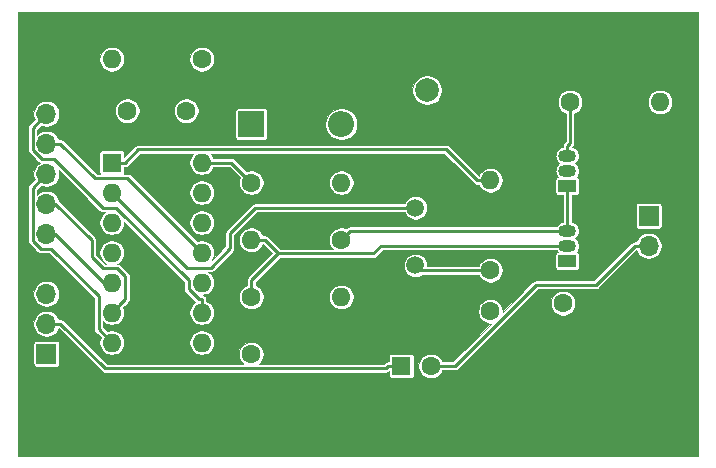
<source format=gbr>
G04 #@! TF.GenerationSoftware,KiCad,Pcbnew,(5.1.6)-1*
G04 #@! TF.CreationDate,2020-08-07T18:30:50-03:00*
G04 #@! TF.ProjectId,av-mc1000,61762d6d-6331-4303-9030-2e6b69636164,rev?*
G04 #@! TF.SameCoordinates,Original*
G04 #@! TF.FileFunction,Copper,L1,Top*
G04 #@! TF.FilePolarity,Positive*
%FSLAX46Y46*%
G04 Gerber Fmt 4.6, Leading zero omitted, Abs format (unit mm)*
G04 Created by KiCad (PCBNEW (5.1.6)-1) date 2020-08-07 18:30:50*
%MOMM*%
%LPD*%
G01*
G04 APERTURE LIST*
G04 #@! TA.AperFunction,ComponentPad*
%ADD10O,1.700000X1.700000*%
G04 #@! TD*
G04 #@! TA.AperFunction,ComponentPad*
%ADD11R,1.700000X1.700000*%
G04 #@! TD*
G04 #@! TA.AperFunction,ComponentPad*
%ADD12C,1.600000*%
G04 #@! TD*
G04 #@! TA.AperFunction,ComponentPad*
%ADD13R,1.600000X1.600000*%
G04 #@! TD*
G04 #@! TA.AperFunction,ComponentPad*
%ADD14C,2.000000*%
G04 #@! TD*
G04 #@! TA.AperFunction,ComponentPad*
%ADD15R,2.200000X2.200000*%
G04 #@! TD*
G04 #@! TA.AperFunction,ComponentPad*
%ADD16O,2.200000X2.200000*%
G04 #@! TD*
G04 #@! TA.AperFunction,ComponentPad*
%ADD17R,1.500000X1.050000*%
G04 #@! TD*
G04 #@! TA.AperFunction,ComponentPad*
%ADD18O,1.500000X1.050000*%
G04 #@! TD*
G04 #@! TA.AperFunction,ComponentPad*
%ADD19O,1.600000X1.600000*%
G04 #@! TD*
G04 #@! TA.AperFunction,ComponentPad*
%ADD20C,1.500000*%
G04 #@! TD*
G04 #@! TA.AperFunction,ViaPad*
%ADD21C,0.800000*%
G04 #@! TD*
G04 #@! TA.AperFunction,Conductor*
%ADD22C,0.250000*%
G04 #@! TD*
G04 #@! TA.AperFunction,Conductor*
%ADD23C,0.100000*%
G04 #@! TD*
G04 APERTURE END LIST*
D10*
X142316000Y-111455000D03*
X142316000Y-108915000D03*
D11*
X142316000Y-106375000D03*
D12*
X103175600Y-97459800D03*
X98175600Y-97459800D03*
X128930000Y-119456000D03*
X128930000Y-114456000D03*
D13*
X121375000Y-119075000D03*
D12*
X123875000Y-119075000D03*
D14*
X128571000Y-95732600D03*
X123571000Y-95732600D03*
D15*
X108687000Y-98602800D03*
D16*
X116307000Y-98602800D03*
D11*
X91338400Y-118049000D03*
D10*
X91338400Y-115509000D03*
X91338400Y-112969000D03*
X91338400Y-110429000D03*
X91338400Y-107889000D03*
X91338400Y-105349000D03*
X91338400Y-102809000D03*
X91338400Y-100269000D03*
X91338400Y-97729000D03*
D17*
X135433000Y-110185000D03*
D18*
X135433000Y-107645000D03*
X135433000Y-108915000D03*
X135433000Y-102565000D03*
X135433000Y-101295000D03*
D17*
X135433000Y-103835000D03*
D19*
X116307000Y-103548000D03*
D12*
X108687000Y-103548000D03*
X116307000Y-108394000D03*
D19*
X108687000Y-108394000D03*
X135073000Y-121387000D03*
D12*
X135073000Y-113767000D03*
X108687000Y-113239000D03*
D19*
X116307000Y-113239000D03*
D12*
X108687000Y-118085000D03*
D19*
X116307000Y-118085000D03*
X143281000Y-96723200D03*
D12*
X135661000Y-96723200D03*
D19*
X96866000Y-93116400D03*
D12*
X104486000Y-93116400D03*
X128930000Y-110973000D03*
D19*
X128930000Y-103353000D03*
D13*
X96875600Y-101854000D03*
D19*
X104495600Y-117094000D03*
X96875600Y-104394000D03*
X104495600Y-114554000D03*
X96875600Y-106934000D03*
X104495600Y-112014000D03*
X96875600Y-109474000D03*
X104495600Y-109474000D03*
X96875600Y-112014000D03*
X104495600Y-106934000D03*
X96875600Y-114554000D03*
X104495600Y-104394000D03*
X96875600Y-117094000D03*
X104495600Y-101854000D03*
D20*
X122580000Y-105689000D03*
X122580000Y-110569000D03*
D21*
X117703600Y-90055700D03*
X145542000Y-90055700D03*
X89865200Y-90055700D03*
X89865200Y-125742700D03*
X117703600Y-125742700D03*
X145542000Y-125742700D03*
D22*
X122580000Y-110569000D02*
X122984000Y-110973000D01*
X122984000Y-110973000D02*
X128930000Y-110973000D01*
X121375000Y-119075000D02*
X120249700Y-119075000D01*
X91338400Y-115509000D02*
X92513700Y-115509000D01*
X92513700Y-115509000D02*
X96276900Y-119272200D01*
X96276900Y-119272200D02*
X120052500Y-119272200D01*
X120052500Y-119272200D02*
X120249700Y-119075000D01*
X141140700Y-108915000D02*
X142316000Y-108915000D01*
X132765100Y-112217200D02*
X137838500Y-112217200D01*
X123875000Y-119075000D02*
X125907300Y-119075000D01*
X137838500Y-112217200D02*
X141140700Y-108915000D01*
X125907300Y-119075000D02*
X132765100Y-112217200D01*
X97675599Y-105193999D02*
X96875600Y-104394000D01*
X103225600Y-110744000D02*
X97675599Y-105193999D01*
X109017200Y-105689000D02*
X106857800Y-107848400D01*
X106857800Y-107848400D02*
X106857800Y-109118400D01*
X106857800Y-109118400D02*
X105232200Y-110744000D01*
X122580000Y-105689000D02*
X109017200Y-105689000D01*
X105232200Y-110744000D02*
X103225600Y-110744000D01*
X104495600Y-101854000D02*
X106993000Y-101854000D01*
X106993000Y-101854000D02*
X108687000Y-103548000D01*
X96875600Y-101854000D02*
X98000900Y-101854000D01*
X128930000Y-103353000D02*
X127804700Y-103353000D01*
X127804700Y-103353000D02*
X125180400Y-100728700D01*
X125180400Y-100728700D02*
X99126200Y-100728700D01*
X99126200Y-100728700D02*
X98000900Y-101854000D01*
X96875600Y-112014000D02*
X96189800Y-112014000D01*
X92064800Y-107889000D02*
X91338400Y-107889000D01*
X96189800Y-112014000D02*
X92064800Y-107889000D01*
X97675599Y-113754001D02*
X96875600Y-114554000D01*
X97321402Y-110794800D02*
X98000601Y-111473999D01*
X91338400Y-105349000D02*
X92090200Y-105349000D01*
X92090200Y-105349000D02*
X95173800Y-108432600D01*
X98000601Y-113428999D02*
X97675599Y-113754001D01*
X98000601Y-111473999D02*
X98000601Y-113428999D01*
X95173800Y-109829600D02*
X96139000Y-110794800D01*
X96139000Y-110794800D02*
X97321402Y-110794800D01*
X95173800Y-108432600D02*
X95173800Y-109829600D01*
X95750300Y-115968700D02*
X95750300Y-113167200D01*
X90163100Y-108468300D02*
X90163100Y-103984300D01*
X95750300Y-113167200D02*
X91742100Y-109159000D01*
X96875600Y-117094000D02*
X95750300Y-115968700D01*
X91742100Y-109159000D02*
X90853800Y-109159000D01*
X90163100Y-103984300D02*
X91338400Y-102809000D01*
X90853800Y-109159000D02*
X90163100Y-108468300D01*
X90163100Y-98904300D02*
X91338400Y-97729000D01*
X90163100Y-100784400D02*
X90163100Y-98904300D01*
X90917700Y-101539000D02*
X90163100Y-100784400D01*
X96093600Y-105664000D02*
X91968600Y-101539000D01*
X103370300Y-112584800D02*
X103370300Y-111828200D01*
X104495600Y-113428700D02*
X104214200Y-113428700D01*
X104495600Y-114554000D02*
X104495600Y-113428700D01*
X91968600Y-101539000D02*
X90917700Y-101539000D01*
X104214200Y-113428700D02*
X103370300Y-112584800D01*
X97206100Y-105664000D02*
X96093600Y-105664000D01*
X103370300Y-111828200D02*
X97206100Y-105664000D01*
X98196400Y-103174800D02*
X104495600Y-109474000D01*
X95419500Y-103174800D02*
X98196400Y-103174800D01*
X91338400Y-100269000D02*
X92513700Y-100269000D01*
X92513700Y-100269000D02*
X95419500Y-103174800D01*
X135433000Y-107645000D02*
X135433000Y-104685300D01*
X135433000Y-103835000D02*
X135433000Y-104685300D01*
X116307000Y-108394000D02*
X117056000Y-107645000D01*
X117056000Y-107645000D02*
X135433000Y-107645000D01*
X110971500Y-109553200D02*
X119022900Y-109553200D01*
X119022900Y-109553200D02*
X119661100Y-108915000D01*
X119661100Y-108915000D02*
X135433000Y-108915000D01*
X109812300Y-108394000D02*
X110971500Y-109553200D01*
X110971500Y-109553200D02*
X108687000Y-111837700D01*
X108687000Y-111837700D02*
X108687000Y-113239000D01*
X108687000Y-108394000D02*
X109812300Y-108394000D01*
X135433000Y-101295000D02*
X135433000Y-100444700D01*
X135433000Y-100444700D02*
X135661000Y-100216700D01*
X135661000Y-100216700D02*
X135661000Y-96723200D01*
D23*
G36*
X146510001Y-126723400D02*
G01*
X88897200Y-126723400D01*
X88897200Y-117199000D01*
X90237191Y-117199000D01*
X90237191Y-118899000D01*
X90242018Y-118948008D01*
X90256313Y-118995134D01*
X90279527Y-119038564D01*
X90310768Y-119076632D01*
X90348836Y-119107873D01*
X90392266Y-119131087D01*
X90439392Y-119145382D01*
X90488400Y-119150209D01*
X92188400Y-119150209D01*
X92237408Y-119145382D01*
X92284534Y-119131087D01*
X92327964Y-119107873D01*
X92366032Y-119076632D01*
X92397273Y-119038564D01*
X92420487Y-118995134D01*
X92434782Y-118948008D01*
X92439609Y-118899000D01*
X92439609Y-117199000D01*
X92434782Y-117149992D01*
X92420487Y-117102866D01*
X92397273Y-117059436D01*
X92366032Y-117021368D01*
X92327964Y-116990127D01*
X92284534Y-116966913D01*
X92237408Y-116952618D01*
X92188400Y-116947791D01*
X90488400Y-116947791D01*
X90439392Y-116952618D01*
X90392266Y-116966913D01*
X90348836Y-116990127D01*
X90310768Y-117021368D01*
X90279527Y-117059436D01*
X90256313Y-117102866D01*
X90242018Y-117149992D01*
X90237191Y-117199000D01*
X88897200Y-117199000D01*
X88897200Y-115400659D01*
X90238400Y-115400659D01*
X90238400Y-115617341D01*
X90280673Y-115829858D01*
X90363593Y-116030045D01*
X90483975Y-116210209D01*
X90637191Y-116363425D01*
X90817355Y-116483807D01*
X91017542Y-116566727D01*
X91230059Y-116609000D01*
X91446741Y-116609000D01*
X91659258Y-116566727D01*
X91859445Y-116483807D01*
X92039609Y-116363425D01*
X92192825Y-116210209D01*
X92313207Y-116030045D01*
X92369211Y-115894840D01*
X95998709Y-119524339D01*
X96010452Y-119538648D01*
X96024759Y-119550389D01*
X96067552Y-119585509D01*
X96132698Y-119620330D01*
X96132700Y-119620331D01*
X96203387Y-119641774D01*
X96258481Y-119647200D01*
X96258483Y-119647200D01*
X96276899Y-119649014D01*
X96295315Y-119647200D01*
X120034084Y-119647200D01*
X120052500Y-119649014D01*
X120070916Y-119647200D01*
X120070919Y-119647200D01*
X120126013Y-119641774D01*
X120196700Y-119620331D01*
X120261847Y-119585509D01*
X120318948Y-119538648D01*
X120323791Y-119532747D01*
X120323791Y-119875000D01*
X120328618Y-119924008D01*
X120342913Y-119971134D01*
X120366127Y-120014564D01*
X120397368Y-120052632D01*
X120435436Y-120083873D01*
X120478866Y-120107087D01*
X120525992Y-120121382D01*
X120575000Y-120126209D01*
X122175000Y-120126209D01*
X122224008Y-120121382D01*
X122271134Y-120107087D01*
X122314564Y-120083873D01*
X122352632Y-120052632D01*
X122383873Y-120014564D01*
X122407087Y-119971134D01*
X122421382Y-119924008D01*
X122426209Y-119875000D01*
X122426209Y-118971584D01*
X122825000Y-118971584D01*
X122825000Y-119178416D01*
X122865350Y-119381274D01*
X122944502Y-119572362D01*
X123059411Y-119744336D01*
X123205664Y-119890589D01*
X123377638Y-120005498D01*
X123568726Y-120084650D01*
X123771584Y-120125000D01*
X123978416Y-120125000D01*
X124181274Y-120084650D01*
X124372362Y-120005498D01*
X124544336Y-119890589D01*
X124690589Y-119744336D01*
X124805498Y-119572362D01*
X124856182Y-119450000D01*
X125888884Y-119450000D01*
X125907300Y-119451814D01*
X125925716Y-119450000D01*
X125925719Y-119450000D01*
X125980813Y-119444574D01*
X126051500Y-119423131D01*
X126116647Y-119388309D01*
X126173748Y-119341448D01*
X126185495Y-119327134D01*
X131849045Y-113663584D01*
X134023000Y-113663584D01*
X134023000Y-113870416D01*
X134063350Y-114073274D01*
X134142502Y-114264362D01*
X134257411Y-114436336D01*
X134403664Y-114582589D01*
X134575638Y-114697498D01*
X134766726Y-114776650D01*
X134969584Y-114817000D01*
X135176416Y-114817000D01*
X135379274Y-114776650D01*
X135570362Y-114697498D01*
X135742336Y-114582589D01*
X135888589Y-114436336D01*
X136003498Y-114264362D01*
X136082650Y-114073274D01*
X136123000Y-113870416D01*
X136123000Y-113663584D01*
X136082650Y-113460726D01*
X136003498Y-113269638D01*
X135888589Y-113097664D01*
X135742336Y-112951411D01*
X135570362Y-112836502D01*
X135379274Y-112757350D01*
X135176416Y-112717000D01*
X134969584Y-112717000D01*
X134766726Y-112757350D01*
X134575638Y-112836502D01*
X134403664Y-112951411D01*
X134257411Y-113097664D01*
X134142502Y-113269638D01*
X134063350Y-113460726D01*
X134023000Y-113663584D01*
X131849045Y-113663584D01*
X132920430Y-112592200D01*
X137820084Y-112592200D01*
X137838500Y-112594014D01*
X137856916Y-112592200D01*
X137856919Y-112592200D01*
X137912013Y-112586774D01*
X137982700Y-112565331D01*
X138047847Y-112530509D01*
X138104948Y-112483648D01*
X138116695Y-112469334D01*
X141285190Y-109300840D01*
X141341193Y-109436045D01*
X141461575Y-109616209D01*
X141614791Y-109769425D01*
X141794955Y-109889807D01*
X141995142Y-109972727D01*
X142207659Y-110015000D01*
X142424341Y-110015000D01*
X142636858Y-109972727D01*
X142837045Y-109889807D01*
X143017209Y-109769425D01*
X143170425Y-109616209D01*
X143290807Y-109436045D01*
X143373727Y-109235858D01*
X143416000Y-109023341D01*
X143416000Y-108806659D01*
X143373727Y-108594142D01*
X143290807Y-108393955D01*
X143170425Y-108213791D01*
X143017209Y-108060575D01*
X142837045Y-107940193D01*
X142636858Y-107857273D01*
X142424341Y-107815000D01*
X142207659Y-107815000D01*
X141995142Y-107857273D01*
X141794955Y-107940193D01*
X141614791Y-108060575D01*
X141461575Y-108213791D01*
X141341193Y-108393955D01*
X141280699Y-108540000D01*
X141159115Y-108540000D01*
X141140699Y-108538186D01*
X141122283Y-108540000D01*
X141122281Y-108540000D01*
X141067187Y-108545426D01*
X140996500Y-108566869D01*
X140931353Y-108601691D01*
X140874252Y-108648552D01*
X140862509Y-108662861D01*
X137683171Y-111842200D01*
X132783516Y-111842200D01*
X132765100Y-111840386D01*
X132746684Y-111842200D01*
X132746681Y-111842200D01*
X132691587Y-111847626D01*
X132620900Y-111869069D01*
X132555753Y-111903891D01*
X132498652Y-111950752D01*
X132486910Y-111965060D01*
X129980000Y-114471970D01*
X129980000Y-114352584D01*
X129939650Y-114149726D01*
X129860498Y-113958638D01*
X129745589Y-113786664D01*
X129599336Y-113640411D01*
X129427362Y-113525502D01*
X129236274Y-113446350D01*
X129033416Y-113406000D01*
X128826584Y-113406000D01*
X128623726Y-113446350D01*
X128432638Y-113525502D01*
X128260664Y-113640411D01*
X128114411Y-113786664D01*
X127999502Y-113958638D01*
X127920350Y-114149726D01*
X127880000Y-114352584D01*
X127880000Y-114559416D01*
X127920350Y-114762274D01*
X127999502Y-114953362D01*
X128114411Y-115125336D01*
X128260664Y-115271589D01*
X128432638Y-115386498D01*
X128623726Y-115465650D01*
X128826584Y-115506000D01*
X128945971Y-115506000D01*
X125751971Y-118700000D01*
X124856182Y-118700000D01*
X124805498Y-118577638D01*
X124690589Y-118405664D01*
X124544336Y-118259411D01*
X124372362Y-118144502D01*
X124181274Y-118065350D01*
X123978416Y-118025000D01*
X123771584Y-118025000D01*
X123568726Y-118065350D01*
X123377638Y-118144502D01*
X123205664Y-118259411D01*
X123059411Y-118405664D01*
X122944502Y-118577638D01*
X122865350Y-118768726D01*
X122825000Y-118971584D01*
X122426209Y-118971584D01*
X122426209Y-118275000D01*
X122421382Y-118225992D01*
X122407087Y-118178866D01*
X122383873Y-118135436D01*
X122352632Y-118097368D01*
X122314564Y-118066127D01*
X122271134Y-118042913D01*
X122224008Y-118028618D01*
X122175000Y-118023791D01*
X120575000Y-118023791D01*
X120525992Y-118028618D01*
X120478866Y-118042913D01*
X120435436Y-118066127D01*
X120397368Y-118097368D01*
X120366127Y-118135436D01*
X120342913Y-118178866D01*
X120328618Y-118225992D01*
X120323791Y-118275000D01*
X120323791Y-118700000D01*
X120268116Y-118700000D01*
X120249700Y-118698186D01*
X120231284Y-118700000D01*
X120231281Y-118700000D01*
X120176187Y-118705426D01*
X120105500Y-118726869D01*
X120040353Y-118761691D01*
X119983252Y-118808552D01*
X119971505Y-118822866D01*
X119897171Y-118897200D01*
X109359725Y-118897200D01*
X109502589Y-118754336D01*
X109617498Y-118582362D01*
X109696650Y-118391274D01*
X109737000Y-118188416D01*
X109737000Y-117981584D01*
X109696650Y-117778726D01*
X109617498Y-117587638D01*
X109502589Y-117415664D01*
X109356336Y-117269411D01*
X109184362Y-117154502D01*
X108993274Y-117075350D01*
X108790416Y-117035000D01*
X108583584Y-117035000D01*
X108380726Y-117075350D01*
X108189638Y-117154502D01*
X108017664Y-117269411D01*
X107871411Y-117415664D01*
X107756502Y-117587638D01*
X107677350Y-117778726D01*
X107637000Y-117981584D01*
X107637000Y-118188416D01*
X107677350Y-118391274D01*
X107756502Y-118582362D01*
X107871411Y-118754336D01*
X108014275Y-118897200D01*
X96432230Y-118897200D01*
X92791895Y-115256866D01*
X92780148Y-115242552D01*
X92723047Y-115195691D01*
X92657900Y-115160869D01*
X92587213Y-115139426D01*
X92532119Y-115134000D01*
X92532116Y-115134000D01*
X92513700Y-115132186D01*
X92495284Y-115134000D01*
X92373701Y-115134000D01*
X92313207Y-114987955D01*
X92192825Y-114807791D01*
X92039609Y-114654575D01*
X91859445Y-114534193D01*
X91659258Y-114451273D01*
X91446741Y-114409000D01*
X91230059Y-114409000D01*
X91017542Y-114451273D01*
X90817355Y-114534193D01*
X90637191Y-114654575D01*
X90483975Y-114807791D01*
X90363593Y-114987955D01*
X90280673Y-115188142D01*
X90238400Y-115400659D01*
X88897200Y-115400659D01*
X88897200Y-112860659D01*
X90238400Y-112860659D01*
X90238400Y-113077341D01*
X90280673Y-113289858D01*
X90363593Y-113490045D01*
X90483975Y-113670209D01*
X90637191Y-113823425D01*
X90817355Y-113943807D01*
X91017542Y-114026727D01*
X91230059Y-114069000D01*
X91446741Y-114069000D01*
X91659258Y-114026727D01*
X91859445Y-113943807D01*
X92039609Y-113823425D01*
X92192825Y-113670209D01*
X92313207Y-113490045D01*
X92396127Y-113289858D01*
X92438400Y-113077341D01*
X92438400Y-112860659D01*
X92396127Y-112648142D01*
X92313207Y-112447955D01*
X92192825Y-112267791D01*
X92039609Y-112114575D01*
X91859445Y-111994193D01*
X91659258Y-111911273D01*
X91446741Y-111869000D01*
X91230059Y-111869000D01*
X91017542Y-111911273D01*
X90817355Y-111994193D01*
X90637191Y-112114575D01*
X90483975Y-112267791D01*
X90363593Y-112447955D01*
X90280673Y-112648142D01*
X90238400Y-112860659D01*
X88897200Y-112860659D01*
X88897200Y-98904300D01*
X89786286Y-98904300D01*
X89788101Y-98922726D01*
X89788100Y-100765984D01*
X89786286Y-100784400D01*
X89788100Y-100802816D01*
X89788100Y-100802818D01*
X89793526Y-100857912D01*
X89814969Y-100928599D01*
X89849791Y-100993746D01*
X89896652Y-101050848D01*
X89910966Y-101062595D01*
X90639509Y-101791139D01*
X90651252Y-101805448D01*
X90665559Y-101817189D01*
X90708353Y-101852310D01*
X90752807Y-101876070D01*
X90753848Y-101876627D01*
X90637191Y-101954575D01*
X90483975Y-102107791D01*
X90363593Y-102287955D01*
X90280673Y-102488142D01*
X90238400Y-102700659D01*
X90238400Y-102917341D01*
X90280673Y-103129858D01*
X90341167Y-103275904D01*
X89910962Y-103706109D01*
X89896653Y-103717852D01*
X89884911Y-103732160D01*
X89849791Y-103774954D01*
X89814970Y-103840100D01*
X89793527Y-103910788D01*
X89786286Y-103984300D01*
X89788101Y-104002726D01*
X89788100Y-108449884D01*
X89786286Y-108468300D01*
X89788100Y-108486716D01*
X89788100Y-108486718D01*
X89793526Y-108541812D01*
X89814969Y-108612499D01*
X89849791Y-108677646D01*
X89896652Y-108734748D01*
X89910966Y-108746495D01*
X90575614Y-109411144D01*
X90587352Y-109425448D01*
X90601655Y-109437186D01*
X90601658Y-109437189D01*
X90618642Y-109451127D01*
X90644453Y-109472309D01*
X90709600Y-109507131D01*
X90780287Y-109528574D01*
X90835381Y-109534000D01*
X90835383Y-109534000D01*
X90853799Y-109535814D01*
X90872215Y-109534000D01*
X91586771Y-109534000D01*
X95375301Y-113322531D01*
X95375300Y-115950284D01*
X95373486Y-115968700D01*
X95375300Y-115987116D01*
X95375300Y-115987118D01*
X95380726Y-116042212D01*
X95402169Y-116112899D01*
X95436991Y-116178046D01*
X95483852Y-116235148D01*
X95498166Y-116246895D01*
X95916635Y-116665364D01*
X95865950Y-116787726D01*
X95825600Y-116990584D01*
X95825600Y-117197416D01*
X95865950Y-117400274D01*
X95945102Y-117591362D01*
X96060011Y-117763336D01*
X96206264Y-117909589D01*
X96378238Y-118024498D01*
X96569326Y-118103650D01*
X96772184Y-118144000D01*
X96979016Y-118144000D01*
X97181874Y-118103650D01*
X97372962Y-118024498D01*
X97544936Y-117909589D01*
X97691189Y-117763336D01*
X97806098Y-117591362D01*
X97885250Y-117400274D01*
X97925600Y-117197416D01*
X97925600Y-116990584D01*
X103445600Y-116990584D01*
X103445600Y-117197416D01*
X103485950Y-117400274D01*
X103565102Y-117591362D01*
X103680011Y-117763336D01*
X103826264Y-117909589D01*
X103998238Y-118024498D01*
X104189326Y-118103650D01*
X104392184Y-118144000D01*
X104599016Y-118144000D01*
X104801874Y-118103650D01*
X104992962Y-118024498D01*
X105164936Y-117909589D01*
X105311189Y-117763336D01*
X105426098Y-117591362D01*
X105505250Y-117400274D01*
X105545600Y-117197416D01*
X105545600Y-116990584D01*
X105505250Y-116787726D01*
X105426098Y-116596638D01*
X105311189Y-116424664D01*
X105164936Y-116278411D01*
X104992962Y-116163502D01*
X104801874Y-116084350D01*
X104599016Y-116044000D01*
X104392184Y-116044000D01*
X104189326Y-116084350D01*
X103998238Y-116163502D01*
X103826264Y-116278411D01*
X103680011Y-116424664D01*
X103565102Y-116596638D01*
X103485950Y-116787726D01*
X103445600Y-116990584D01*
X97925600Y-116990584D01*
X97885250Y-116787726D01*
X97806098Y-116596638D01*
X97691189Y-116424664D01*
X97544936Y-116278411D01*
X97372962Y-116163502D01*
X97181874Y-116084350D01*
X96979016Y-116044000D01*
X96772184Y-116044000D01*
X96569326Y-116084350D01*
X96446964Y-116135035D01*
X96125300Y-115813371D01*
X96125300Y-115288625D01*
X96206264Y-115369589D01*
X96378238Y-115484498D01*
X96569326Y-115563650D01*
X96772184Y-115604000D01*
X96979016Y-115604000D01*
X97181874Y-115563650D01*
X97372962Y-115484498D01*
X97544936Y-115369589D01*
X97691189Y-115223336D01*
X97806098Y-115051362D01*
X97885250Y-114860274D01*
X97925600Y-114657416D01*
X97925600Y-114450584D01*
X97885250Y-114247726D01*
X97834566Y-114125364D01*
X97953787Y-114006143D01*
X97953791Y-114006138D01*
X98252745Y-113707186D01*
X98267049Y-113695447D01*
X98278787Y-113681144D01*
X98278790Y-113681141D01*
X98313910Y-113638346D01*
X98348731Y-113573201D01*
X98348822Y-113572901D01*
X98370175Y-113502512D01*
X98375601Y-113447418D01*
X98375601Y-113447416D01*
X98377415Y-113429000D01*
X98375601Y-113410584D01*
X98375601Y-111492414D01*
X98377415Y-111473998D01*
X98375188Y-111451386D01*
X98370175Y-111400486D01*
X98348732Y-111329799D01*
X98313911Y-111264653D01*
X98313910Y-111264651D01*
X98278789Y-111221857D01*
X98267049Y-111207551D01*
X98252741Y-111195809D01*
X97599597Y-110542666D01*
X97587850Y-110528352D01*
X97530749Y-110481491D01*
X97465602Y-110446669D01*
X97394915Y-110425226D01*
X97339821Y-110419800D01*
X97339818Y-110419800D01*
X97336750Y-110419498D01*
X97372962Y-110404498D01*
X97544936Y-110289589D01*
X97691189Y-110143336D01*
X97806098Y-109971362D01*
X97885250Y-109780274D01*
X97925600Y-109577416D01*
X97925600Y-109370584D01*
X97885250Y-109167726D01*
X97806098Y-108976638D01*
X97691189Y-108804664D01*
X97544936Y-108658411D01*
X97372962Y-108543502D01*
X97181874Y-108464350D01*
X96979016Y-108424000D01*
X96772184Y-108424000D01*
X96569326Y-108464350D01*
X96378238Y-108543502D01*
X96206264Y-108658411D01*
X96060011Y-108804664D01*
X95945102Y-108976638D01*
X95865950Y-109167726D01*
X95825600Y-109370584D01*
X95825600Y-109577416D01*
X95865950Y-109780274D01*
X95945102Y-109971362D01*
X96060011Y-110143336D01*
X96206264Y-110289589D01*
X96378238Y-110404498D01*
X96415180Y-110419800D01*
X96294330Y-110419800D01*
X95548800Y-109674271D01*
X95548800Y-108451016D01*
X95550614Y-108432600D01*
X95548800Y-108414181D01*
X95543374Y-108359087D01*
X95521931Y-108288400D01*
X95487109Y-108223253D01*
X95440248Y-108166152D01*
X95425940Y-108154410D01*
X92420078Y-105148549D01*
X92396127Y-105028142D01*
X92313207Y-104827955D01*
X92192825Y-104647791D01*
X92039609Y-104494575D01*
X91859445Y-104374193D01*
X91659258Y-104291273D01*
X91446741Y-104249000D01*
X91230059Y-104249000D01*
X91017542Y-104291273D01*
X90817355Y-104374193D01*
X90637191Y-104494575D01*
X90538100Y-104593666D01*
X90538100Y-104139629D01*
X90871496Y-103806233D01*
X91017542Y-103866727D01*
X91230059Y-103909000D01*
X91446741Y-103909000D01*
X91659258Y-103866727D01*
X91859445Y-103783807D01*
X92039609Y-103663425D01*
X92192825Y-103510209D01*
X92313207Y-103330045D01*
X92396127Y-103129858D01*
X92438400Y-102917341D01*
X92438400Y-102700659D01*
X92398291Y-102499020D01*
X95815409Y-105916139D01*
X95827152Y-105930448D01*
X95884253Y-105977309D01*
X95949400Y-106012131D01*
X96020087Y-106033574D01*
X96075181Y-106039000D01*
X96075184Y-106039000D01*
X96093600Y-106040814D01*
X96112016Y-106039000D01*
X96325111Y-106039000D01*
X96206264Y-106118411D01*
X96060011Y-106264664D01*
X95945102Y-106436638D01*
X95865950Y-106627726D01*
X95825600Y-106830584D01*
X95825600Y-107037416D01*
X95865950Y-107240274D01*
X95945102Y-107431362D01*
X96060011Y-107603336D01*
X96206264Y-107749589D01*
X96378238Y-107864498D01*
X96569326Y-107943650D01*
X96772184Y-107984000D01*
X96979016Y-107984000D01*
X97181874Y-107943650D01*
X97372962Y-107864498D01*
X97544936Y-107749589D01*
X97691189Y-107603336D01*
X97806098Y-107431362D01*
X97885250Y-107240274D01*
X97925600Y-107037416D01*
X97925600Y-106913829D01*
X102995301Y-111983532D01*
X102995300Y-112566383D01*
X102993486Y-112584800D01*
X102995300Y-112603216D01*
X102995300Y-112603218D01*
X103000726Y-112658312D01*
X103022169Y-112728999D01*
X103056991Y-112794146D01*
X103103852Y-112851248D01*
X103118166Y-112862995D01*
X103926563Y-113671393D01*
X103826264Y-113738411D01*
X103680011Y-113884664D01*
X103565102Y-114056638D01*
X103485950Y-114247726D01*
X103445600Y-114450584D01*
X103445600Y-114657416D01*
X103485950Y-114860274D01*
X103565102Y-115051362D01*
X103680011Y-115223336D01*
X103826264Y-115369589D01*
X103998238Y-115484498D01*
X104189326Y-115563650D01*
X104392184Y-115604000D01*
X104599016Y-115604000D01*
X104801874Y-115563650D01*
X104992962Y-115484498D01*
X105164936Y-115369589D01*
X105311189Y-115223336D01*
X105426098Y-115051362D01*
X105505250Y-114860274D01*
X105545600Y-114657416D01*
X105545600Y-114450584D01*
X105505250Y-114247726D01*
X105426098Y-114056638D01*
X105311189Y-113884664D01*
X105164936Y-113738411D01*
X104992962Y-113623502D01*
X104870600Y-113572818D01*
X104870600Y-113447119D01*
X104872414Y-113428700D01*
X104865174Y-113355187D01*
X104843731Y-113284500D01*
X104808909Y-113219353D01*
X104762048Y-113162252D01*
X104704947Y-113115391D01*
X104639800Y-113080569D01*
X104585180Y-113064000D01*
X104599016Y-113064000D01*
X104801874Y-113023650D01*
X104992962Y-112944498D01*
X105164936Y-112829589D01*
X105311189Y-112683336D01*
X105426098Y-112511362D01*
X105505250Y-112320274D01*
X105545600Y-112117416D01*
X105545600Y-111910584D01*
X105505250Y-111707726D01*
X105426098Y-111516638D01*
X105311189Y-111344664D01*
X105164936Y-111198411D01*
X105046089Y-111119000D01*
X105213784Y-111119000D01*
X105232200Y-111120814D01*
X105250616Y-111119000D01*
X105250619Y-111119000D01*
X105305713Y-111113574D01*
X105376400Y-111092131D01*
X105441547Y-111057309D01*
X105498648Y-111010448D01*
X105510395Y-110996134D01*
X107109939Y-109396591D01*
X107124248Y-109384848D01*
X107144223Y-109360508D01*
X107171110Y-109327747D01*
X107199297Y-109275011D01*
X107205931Y-109262600D01*
X107227374Y-109191913D01*
X107232800Y-109136819D01*
X107232800Y-109136816D01*
X107234614Y-109118400D01*
X107232800Y-109099984D01*
X107232800Y-108290584D01*
X107637000Y-108290584D01*
X107637000Y-108497416D01*
X107677350Y-108700274D01*
X107756502Y-108891362D01*
X107871411Y-109063336D01*
X108017664Y-109209589D01*
X108189638Y-109324498D01*
X108380726Y-109403650D01*
X108583584Y-109444000D01*
X108790416Y-109444000D01*
X108993274Y-109403650D01*
X109184362Y-109324498D01*
X109356336Y-109209589D01*
X109502589Y-109063336D01*
X109617498Y-108891362D01*
X109664899Y-108776928D01*
X110441170Y-109553200D01*
X108434866Y-111559505D01*
X108420552Y-111571252D01*
X108373691Y-111628354D01*
X108338869Y-111693501D01*
X108317426Y-111764188D01*
X108315023Y-111788589D01*
X108310186Y-111837700D01*
X108312000Y-111856116D01*
X108312000Y-112257817D01*
X108189638Y-112308502D01*
X108017664Y-112423411D01*
X107871411Y-112569664D01*
X107756502Y-112741638D01*
X107677350Y-112932726D01*
X107637000Y-113135584D01*
X107637000Y-113342416D01*
X107677350Y-113545274D01*
X107756502Y-113736362D01*
X107871411Y-113908336D01*
X108017664Y-114054589D01*
X108189638Y-114169498D01*
X108380726Y-114248650D01*
X108583584Y-114289000D01*
X108790416Y-114289000D01*
X108993274Y-114248650D01*
X109184362Y-114169498D01*
X109356336Y-114054589D01*
X109502589Y-113908336D01*
X109617498Y-113736362D01*
X109696650Y-113545274D01*
X109737000Y-113342416D01*
X109737000Y-113135584D01*
X115257000Y-113135584D01*
X115257000Y-113342416D01*
X115297350Y-113545274D01*
X115376502Y-113736362D01*
X115491411Y-113908336D01*
X115637664Y-114054589D01*
X115809638Y-114169498D01*
X116000726Y-114248650D01*
X116203584Y-114289000D01*
X116410416Y-114289000D01*
X116613274Y-114248650D01*
X116804362Y-114169498D01*
X116976336Y-114054589D01*
X117122589Y-113908336D01*
X117237498Y-113736362D01*
X117316650Y-113545274D01*
X117357000Y-113342416D01*
X117357000Y-113135584D01*
X117316650Y-112932726D01*
X117237498Y-112741638D01*
X117122589Y-112569664D01*
X116976336Y-112423411D01*
X116804362Y-112308502D01*
X116613274Y-112229350D01*
X116410416Y-112189000D01*
X116203584Y-112189000D01*
X116000726Y-112229350D01*
X115809638Y-112308502D01*
X115637664Y-112423411D01*
X115491411Y-112569664D01*
X115376502Y-112741638D01*
X115297350Y-112932726D01*
X115257000Y-113135584D01*
X109737000Y-113135584D01*
X109696650Y-112932726D01*
X109617498Y-112741638D01*
X109502589Y-112569664D01*
X109356336Y-112423411D01*
X109184362Y-112308502D01*
X109062000Y-112257818D01*
X109062000Y-111993029D01*
X110584520Y-110470509D01*
X121580000Y-110470509D01*
X121580000Y-110667491D01*
X121618429Y-110860689D01*
X121693811Y-111042678D01*
X121803249Y-111206463D01*
X121942537Y-111345751D01*
X122106322Y-111455189D01*
X122288311Y-111530571D01*
X122481509Y-111569000D01*
X122678491Y-111569000D01*
X122871689Y-111530571D01*
X123053678Y-111455189D01*
X123214097Y-111348000D01*
X127948818Y-111348000D01*
X127999502Y-111470362D01*
X128114411Y-111642336D01*
X128260664Y-111788589D01*
X128432638Y-111903498D01*
X128623726Y-111982650D01*
X128826584Y-112023000D01*
X129033416Y-112023000D01*
X129236274Y-111982650D01*
X129427362Y-111903498D01*
X129599336Y-111788589D01*
X129745589Y-111642336D01*
X129860498Y-111470362D01*
X129939650Y-111279274D01*
X129980000Y-111076416D01*
X129980000Y-110869584D01*
X129939650Y-110666726D01*
X129860498Y-110475638D01*
X129745589Y-110303664D01*
X129599336Y-110157411D01*
X129427362Y-110042502D01*
X129236274Y-109963350D01*
X129033416Y-109923000D01*
X128826584Y-109923000D01*
X128623726Y-109963350D01*
X128432638Y-110042502D01*
X128260664Y-110157411D01*
X128114411Y-110303664D01*
X127999502Y-110475638D01*
X127948818Y-110598000D01*
X123580000Y-110598000D01*
X123580000Y-110470509D01*
X123541571Y-110277311D01*
X123466189Y-110095322D01*
X123356751Y-109931537D01*
X123217463Y-109792249D01*
X123053678Y-109682811D01*
X122871689Y-109607429D01*
X122678491Y-109569000D01*
X122481509Y-109569000D01*
X122288311Y-109607429D01*
X122106322Y-109682811D01*
X121942537Y-109792249D01*
X121803249Y-109931537D01*
X121693811Y-110095322D01*
X121618429Y-110277311D01*
X121580000Y-110470509D01*
X110584520Y-110470509D01*
X111126830Y-109928200D01*
X119004484Y-109928200D01*
X119022900Y-109930014D01*
X119041316Y-109928200D01*
X119041319Y-109928200D01*
X119096413Y-109922774D01*
X119167100Y-109901331D01*
X119232247Y-109866509D01*
X119289348Y-109819648D01*
X119301095Y-109805334D01*
X119816430Y-109290000D01*
X134529680Y-109290000D01*
X134560494Y-109347650D01*
X134618491Y-109418320D01*
X134586866Y-109427913D01*
X134543436Y-109451127D01*
X134505368Y-109482368D01*
X134474127Y-109520436D01*
X134450913Y-109563866D01*
X134436618Y-109610992D01*
X134431791Y-109660000D01*
X134431791Y-110710000D01*
X134436618Y-110759008D01*
X134450913Y-110806134D01*
X134474127Y-110849564D01*
X134505368Y-110887632D01*
X134543436Y-110918873D01*
X134586866Y-110942087D01*
X134633992Y-110956382D01*
X134683000Y-110961209D01*
X136183000Y-110961209D01*
X136232008Y-110956382D01*
X136279134Y-110942087D01*
X136322564Y-110918873D01*
X136360632Y-110887632D01*
X136391873Y-110849564D01*
X136415087Y-110806134D01*
X136429382Y-110759008D01*
X136434209Y-110710000D01*
X136434209Y-109660000D01*
X136429382Y-109610992D01*
X136415087Y-109563866D01*
X136391873Y-109520436D01*
X136360632Y-109482368D01*
X136322564Y-109451127D01*
X136279134Y-109427913D01*
X136247509Y-109418320D01*
X136305506Y-109347650D01*
X136377470Y-109213014D01*
X136421786Y-109066926D01*
X136436749Y-108915000D01*
X136421786Y-108763074D01*
X136377470Y-108616986D01*
X136305506Y-108482350D01*
X136208659Y-108364341D01*
X136105889Y-108280000D01*
X136208659Y-108195659D01*
X136305506Y-108077650D01*
X136377470Y-107943014D01*
X136421786Y-107796926D01*
X136436749Y-107645000D01*
X136421786Y-107493074D01*
X136377470Y-107346986D01*
X136305506Y-107212350D01*
X136208659Y-107094341D01*
X136090650Y-106997494D01*
X135956014Y-106925530D01*
X135809926Y-106881214D01*
X135808000Y-106881024D01*
X135808000Y-105525000D01*
X141214791Y-105525000D01*
X141214791Y-107225000D01*
X141219618Y-107274008D01*
X141233913Y-107321134D01*
X141257127Y-107364564D01*
X141288368Y-107402632D01*
X141326436Y-107433873D01*
X141369866Y-107457087D01*
X141416992Y-107471382D01*
X141466000Y-107476209D01*
X143166000Y-107476209D01*
X143215008Y-107471382D01*
X143262134Y-107457087D01*
X143305564Y-107433873D01*
X143343632Y-107402632D01*
X143374873Y-107364564D01*
X143398087Y-107321134D01*
X143412382Y-107274008D01*
X143417209Y-107225000D01*
X143417209Y-105525000D01*
X143412382Y-105475992D01*
X143398087Y-105428866D01*
X143374873Y-105385436D01*
X143343632Y-105347368D01*
X143305564Y-105316127D01*
X143262134Y-105292913D01*
X143215008Y-105278618D01*
X143166000Y-105273791D01*
X141466000Y-105273791D01*
X141416992Y-105278618D01*
X141369866Y-105292913D01*
X141326436Y-105316127D01*
X141288368Y-105347368D01*
X141257127Y-105385436D01*
X141233913Y-105428866D01*
X141219618Y-105475992D01*
X141214791Y-105525000D01*
X135808000Y-105525000D01*
X135808000Y-104611209D01*
X136183000Y-104611209D01*
X136232008Y-104606382D01*
X136279134Y-104592087D01*
X136322564Y-104568873D01*
X136360632Y-104537632D01*
X136391873Y-104499564D01*
X136415087Y-104456134D01*
X136429382Y-104409008D01*
X136434209Y-104360000D01*
X136434209Y-103310000D01*
X136429382Y-103260992D01*
X136415087Y-103213866D01*
X136391873Y-103170436D01*
X136360632Y-103132368D01*
X136322564Y-103101127D01*
X136279134Y-103077913D01*
X136247509Y-103068320D01*
X136305506Y-102997650D01*
X136377470Y-102863014D01*
X136421786Y-102716926D01*
X136436749Y-102565000D01*
X136421786Y-102413074D01*
X136377470Y-102266986D01*
X136305506Y-102132350D01*
X136208659Y-102014341D01*
X136105889Y-101930000D01*
X136208659Y-101845659D01*
X136305506Y-101727650D01*
X136377470Y-101593014D01*
X136421786Y-101446926D01*
X136436749Y-101295000D01*
X136421786Y-101143074D01*
X136377470Y-100996986D01*
X136305506Y-100862350D01*
X136208659Y-100744341D01*
X136090650Y-100647494D01*
X135956014Y-100575530D01*
X135861247Y-100546782D01*
X135913135Y-100494894D01*
X135927448Y-100483148D01*
X135959001Y-100444700D01*
X135974310Y-100426047D01*
X136009130Y-100360901D01*
X136009131Y-100360900D01*
X136030574Y-100290213D01*
X136036000Y-100235119D01*
X136036000Y-100235116D01*
X136037814Y-100216700D01*
X136036000Y-100198284D01*
X136036000Y-97704382D01*
X136158362Y-97653698D01*
X136330336Y-97538789D01*
X136476589Y-97392536D01*
X136591498Y-97220562D01*
X136670650Y-97029474D01*
X136711000Y-96826616D01*
X136711000Y-96619784D01*
X142231000Y-96619784D01*
X142231000Y-96826616D01*
X142271350Y-97029474D01*
X142350502Y-97220562D01*
X142465411Y-97392536D01*
X142611664Y-97538789D01*
X142783638Y-97653698D01*
X142974726Y-97732850D01*
X143177584Y-97773200D01*
X143384416Y-97773200D01*
X143587274Y-97732850D01*
X143778362Y-97653698D01*
X143950336Y-97538789D01*
X144096589Y-97392536D01*
X144211498Y-97220562D01*
X144290650Y-97029474D01*
X144331000Y-96826616D01*
X144331000Y-96619784D01*
X144290650Y-96416926D01*
X144211498Y-96225838D01*
X144096589Y-96053864D01*
X143950336Y-95907611D01*
X143778362Y-95792702D01*
X143587274Y-95713550D01*
X143384416Y-95673200D01*
X143177584Y-95673200D01*
X142974726Y-95713550D01*
X142783638Y-95792702D01*
X142611664Y-95907611D01*
X142465411Y-96053864D01*
X142350502Y-96225838D01*
X142271350Y-96416926D01*
X142231000Y-96619784D01*
X136711000Y-96619784D01*
X136670650Y-96416926D01*
X136591498Y-96225838D01*
X136476589Y-96053864D01*
X136330336Y-95907611D01*
X136158362Y-95792702D01*
X135967274Y-95713550D01*
X135764416Y-95673200D01*
X135557584Y-95673200D01*
X135354726Y-95713550D01*
X135163638Y-95792702D01*
X134991664Y-95907611D01*
X134845411Y-96053864D01*
X134730502Y-96225838D01*
X134651350Y-96416926D01*
X134611000Y-96619784D01*
X134611000Y-96826616D01*
X134651350Y-97029474D01*
X134730502Y-97220562D01*
X134845411Y-97392536D01*
X134991664Y-97538789D01*
X135163638Y-97653698D01*
X135286001Y-97704383D01*
X135286000Y-100061371D01*
X135180862Y-100166509D01*
X135166553Y-100178252D01*
X135154811Y-100192560D01*
X135119691Y-100235354D01*
X135084870Y-100300500D01*
X135066548Y-100360901D01*
X135063427Y-100371188D01*
X135056186Y-100444700D01*
X135058001Y-100463126D01*
X135058001Y-100531024D01*
X135056074Y-100531214D01*
X134909986Y-100575530D01*
X134775350Y-100647494D01*
X134657341Y-100744341D01*
X134560494Y-100862350D01*
X134488530Y-100996986D01*
X134444214Y-101143074D01*
X134429251Y-101295000D01*
X134444214Y-101446926D01*
X134488530Y-101593014D01*
X134560494Y-101727650D01*
X134657341Y-101845659D01*
X134760111Y-101930000D01*
X134657341Y-102014341D01*
X134560494Y-102132350D01*
X134488530Y-102266986D01*
X134444214Y-102413074D01*
X134429251Y-102565000D01*
X134444214Y-102716926D01*
X134488530Y-102863014D01*
X134560494Y-102997650D01*
X134618491Y-103068320D01*
X134586866Y-103077913D01*
X134543436Y-103101127D01*
X134505368Y-103132368D01*
X134474127Y-103170436D01*
X134450913Y-103213866D01*
X134436618Y-103260992D01*
X134431791Y-103310000D01*
X134431791Y-104360000D01*
X134436618Y-104409008D01*
X134450913Y-104456134D01*
X134474127Y-104499564D01*
X134505368Y-104537632D01*
X134543436Y-104568873D01*
X134586866Y-104592087D01*
X134633992Y-104606382D01*
X134683000Y-104611209D01*
X135058001Y-104611209D01*
X135058001Y-104666881D01*
X135058000Y-106881024D01*
X135056074Y-106881214D01*
X134909986Y-106925530D01*
X134775350Y-106997494D01*
X134657341Y-107094341D01*
X134560494Y-107212350D01*
X134529680Y-107270000D01*
X117074416Y-107270000D01*
X117056000Y-107268186D01*
X117037584Y-107270000D01*
X117037581Y-107270000D01*
X116982487Y-107275426D01*
X116911800Y-107296869D01*
X116846653Y-107331691D01*
X116789552Y-107378552D01*
X116777809Y-107392861D01*
X116735636Y-107435034D01*
X116613274Y-107384350D01*
X116410416Y-107344000D01*
X116203584Y-107344000D01*
X116000726Y-107384350D01*
X115809638Y-107463502D01*
X115637664Y-107578411D01*
X115491411Y-107724664D01*
X115376502Y-107896638D01*
X115297350Y-108087726D01*
X115257000Y-108290584D01*
X115257000Y-108497416D01*
X115297350Y-108700274D01*
X115376502Y-108891362D01*
X115491411Y-109063336D01*
X115606275Y-109178200D01*
X111126830Y-109178200D01*
X110090495Y-108141866D01*
X110078748Y-108127552D01*
X110021647Y-108080691D01*
X109956500Y-108045869D01*
X109885813Y-108024426D01*
X109830719Y-108019000D01*
X109830716Y-108019000D01*
X109812300Y-108017186D01*
X109793884Y-108019000D01*
X109668182Y-108019000D01*
X109617498Y-107896638D01*
X109502589Y-107724664D01*
X109356336Y-107578411D01*
X109184362Y-107463502D01*
X108993274Y-107384350D01*
X108790416Y-107344000D01*
X108583584Y-107344000D01*
X108380726Y-107384350D01*
X108189638Y-107463502D01*
X108017664Y-107578411D01*
X107871411Y-107724664D01*
X107756502Y-107896638D01*
X107677350Y-108087726D01*
X107637000Y-108290584D01*
X107232800Y-108290584D01*
X107232800Y-108003729D01*
X109172530Y-106064000D01*
X121652937Y-106064000D01*
X121693811Y-106162678D01*
X121803249Y-106326463D01*
X121942537Y-106465751D01*
X122106322Y-106575189D01*
X122288311Y-106650571D01*
X122481509Y-106689000D01*
X122678491Y-106689000D01*
X122871689Y-106650571D01*
X123053678Y-106575189D01*
X123217463Y-106465751D01*
X123356751Y-106326463D01*
X123466189Y-106162678D01*
X123541571Y-105980689D01*
X123580000Y-105787491D01*
X123580000Y-105590509D01*
X123541571Y-105397311D01*
X123466189Y-105215322D01*
X123356751Y-105051537D01*
X123217463Y-104912249D01*
X123053678Y-104802811D01*
X122871689Y-104727429D01*
X122678491Y-104689000D01*
X122481509Y-104689000D01*
X122288311Y-104727429D01*
X122106322Y-104802811D01*
X121942537Y-104912249D01*
X121803249Y-105051537D01*
X121693811Y-105215322D01*
X121652937Y-105314000D01*
X109035616Y-105314000D01*
X109017200Y-105312186D01*
X108998784Y-105314000D01*
X108998781Y-105314000D01*
X108943687Y-105319426D01*
X108873000Y-105340869D01*
X108807853Y-105375691D01*
X108750752Y-105422552D01*
X108739009Y-105436861D01*
X106605666Y-107570205D01*
X106591352Y-107581952D01*
X106544491Y-107639054D01*
X106509669Y-107704201D01*
X106488226Y-107774888D01*
X106482800Y-107829981D01*
X106480986Y-107848400D01*
X106482800Y-107866816D01*
X106482801Y-108963069D01*
X105328616Y-110117255D01*
X105426098Y-109971362D01*
X105505250Y-109780274D01*
X105545600Y-109577416D01*
X105545600Y-109370584D01*
X105505250Y-109167726D01*
X105426098Y-108976638D01*
X105311189Y-108804664D01*
X105164936Y-108658411D01*
X104992962Y-108543502D01*
X104801874Y-108464350D01*
X104599016Y-108424000D01*
X104392184Y-108424000D01*
X104189326Y-108464350D01*
X104066964Y-108515034D01*
X102382514Y-106830584D01*
X103445600Y-106830584D01*
X103445600Y-107037416D01*
X103485950Y-107240274D01*
X103565102Y-107431362D01*
X103680011Y-107603336D01*
X103826264Y-107749589D01*
X103998238Y-107864498D01*
X104189326Y-107943650D01*
X104392184Y-107984000D01*
X104599016Y-107984000D01*
X104801874Y-107943650D01*
X104992962Y-107864498D01*
X105164936Y-107749589D01*
X105311189Y-107603336D01*
X105426098Y-107431362D01*
X105505250Y-107240274D01*
X105545600Y-107037416D01*
X105545600Y-106830584D01*
X105505250Y-106627726D01*
X105426098Y-106436638D01*
X105311189Y-106264664D01*
X105164936Y-106118411D01*
X104992962Y-106003502D01*
X104801874Y-105924350D01*
X104599016Y-105884000D01*
X104392184Y-105884000D01*
X104189326Y-105924350D01*
X103998238Y-106003502D01*
X103826264Y-106118411D01*
X103680011Y-106264664D01*
X103565102Y-106436638D01*
X103485950Y-106627726D01*
X103445600Y-106830584D01*
X102382514Y-106830584D01*
X99842514Y-104290584D01*
X103445600Y-104290584D01*
X103445600Y-104497416D01*
X103485950Y-104700274D01*
X103565102Y-104891362D01*
X103680011Y-105063336D01*
X103826264Y-105209589D01*
X103998238Y-105324498D01*
X104189326Y-105403650D01*
X104392184Y-105444000D01*
X104599016Y-105444000D01*
X104801874Y-105403650D01*
X104992962Y-105324498D01*
X105164936Y-105209589D01*
X105311189Y-105063336D01*
X105426098Y-104891362D01*
X105505250Y-104700274D01*
X105545600Y-104497416D01*
X105545600Y-104290584D01*
X105505250Y-104087726D01*
X105426098Y-103896638D01*
X105311189Y-103724664D01*
X105164936Y-103578411D01*
X104992962Y-103463502D01*
X104801874Y-103384350D01*
X104599016Y-103344000D01*
X104392184Y-103344000D01*
X104189326Y-103384350D01*
X103998238Y-103463502D01*
X103826264Y-103578411D01*
X103680011Y-103724664D01*
X103565102Y-103896638D01*
X103485950Y-104087726D01*
X103445600Y-104290584D01*
X99842514Y-104290584D01*
X98474595Y-102922666D01*
X98462848Y-102908352D01*
X98405747Y-102861491D01*
X98340600Y-102826669D01*
X98269913Y-102805226D01*
X98214819Y-102799800D01*
X98214816Y-102799800D01*
X98196400Y-102797986D01*
X98177984Y-102799800D01*
X97879355Y-102799800D01*
X97884473Y-102793564D01*
X97907687Y-102750134D01*
X97921982Y-102703008D01*
X97926809Y-102654000D01*
X97926809Y-102229000D01*
X97982484Y-102229000D01*
X98000900Y-102230814D01*
X98019316Y-102229000D01*
X98019319Y-102229000D01*
X98074413Y-102223574D01*
X98145100Y-102202131D01*
X98210247Y-102167309D01*
X98267348Y-102120448D01*
X98279095Y-102106134D01*
X99281530Y-101103700D01*
X103760975Y-101103700D01*
X103680011Y-101184664D01*
X103565102Y-101356638D01*
X103485950Y-101547726D01*
X103445600Y-101750584D01*
X103445600Y-101957416D01*
X103485950Y-102160274D01*
X103565102Y-102351362D01*
X103680011Y-102523336D01*
X103826264Y-102669589D01*
X103998238Y-102784498D01*
X104189326Y-102863650D01*
X104392184Y-102904000D01*
X104599016Y-102904000D01*
X104801874Y-102863650D01*
X104992962Y-102784498D01*
X105164936Y-102669589D01*
X105311189Y-102523336D01*
X105426098Y-102351362D01*
X105476782Y-102229000D01*
X106837671Y-102229000D01*
X107728034Y-103119364D01*
X107677350Y-103241726D01*
X107637000Y-103444584D01*
X107637000Y-103651416D01*
X107677350Y-103854274D01*
X107756502Y-104045362D01*
X107871411Y-104217336D01*
X108017664Y-104363589D01*
X108189638Y-104478498D01*
X108380726Y-104557650D01*
X108583584Y-104598000D01*
X108790416Y-104598000D01*
X108993274Y-104557650D01*
X109184362Y-104478498D01*
X109356336Y-104363589D01*
X109502589Y-104217336D01*
X109617498Y-104045362D01*
X109696650Y-103854274D01*
X109737000Y-103651416D01*
X109737000Y-103444584D01*
X115257000Y-103444584D01*
X115257000Y-103651416D01*
X115297350Y-103854274D01*
X115376502Y-104045362D01*
X115491411Y-104217336D01*
X115637664Y-104363589D01*
X115809638Y-104478498D01*
X116000726Y-104557650D01*
X116203584Y-104598000D01*
X116410416Y-104598000D01*
X116613274Y-104557650D01*
X116804362Y-104478498D01*
X116976336Y-104363589D01*
X117122589Y-104217336D01*
X117237498Y-104045362D01*
X117316650Y-103854274D01*
X117357000Y-103651416D01*
X117357000Y-103444584D01*
X117316650Y-103241726D01*
X117237498Y-103050638D01*
X117122589Y-102878664D01*
X116976336Y-102732411D01*
X116804362Y-102617502D01*
X116613274Y-102538350D01*
X116410416Y-102498000D01*
X116203584Y-102498000D01*
X116000726Y-102538350D01*
X115809638Y-102617502D01*
X115637664Y-102732411D01*
X115491411Y-102878664D01*
X115376502Y-103050638D01*
X115297350Y-103241726D01*
X115257000Y-103444584D01*
X109737000Y-103444584D01*
X109696650Y-103241726D01*
X109617498Y-103050638D01*
X109502589Y-102878664D01*
X109356336Y-102732411D01*
X109184362Y-102617502D01*
X108993274Y-102538350D01*
X108790416Y-102498000D01*
X108583584Y-102498000D01*
X108380726Y-102538350D01*
X108258364Y-102589034D01*
X107271195Y-101601866D01*
X107259448Y-101587552D01*
X107202347Y-101540691D01*
X107137200Y-101505869D01*
X107066513Y-101484426D01*
X107011419Y-101479000D01*
X107011416Y-101479000D01*
X106993000Y-101477186D01*
X106974584Y-101479000D01*
X105476782Y-101479000D01*
X105426098Y-101356638D01*
X105311189Y-101184664D01*
X105230225Y-101103700D01*
X125025071Y-101103700D01*
X127526509Y-103605139D01*
X127538252Y-103619448D01*
X127552559Y-103631189D01*
X127595353Y-103666310D01*
X127639807Y-103690070D01*
X127660500Y-103701131D01*
X127731187Y-103722574D01*
X127786281Y-103728000D01*
X127786284Y-103728000D01*
X127804700Y-103729814D01*
X127823116Y-103728000D01*
X127948818Y-103728000D01*
X127999502Y-103850362D01*
X128114411Y-104022336D01*
X128260664Y-104168589D01*
X128432638Y-104283498D01*
X128623726Y-104362650D01*
X128826584Y-104403000D01*
X129033416Y-104403000D01*
X129236274Y-104362650D01*
X129427362Y-104283498D01*
X129599336Y-104168589D01*
X129745589Y-104022336D01*
X129860498Y-103850362D01*
X129939650Y-103659274D01*
X129980000Y-103456416D01*
X129980000Y-103249584D01*
X129939650Y-103046726D01*
X129860498Y-102855638D01*
X129745589Y-102683664D01*
X129599336Y-102537411D01*
X129427362Y-102422502D01*
X129236274Y-102343350D01*
X129033416Y-102303000D01*
X128826584Y-102303000D01*
X128623726Y-102343350D01*
X128432638Y-102422502D01*
X128260664Y-102537411D01*
X128114411Y-102683664D01*
X127999502Y-102855638D01*
X127952102Y-102970072D01*
X125458595Y-100476566D01*
X125446848Y-100462252D01*
X125389747Y-100415391D01*
X125324600Y-100380569D01*
X125253913Y-100359126D01*
X125198819Y-100353700D01*
X125198816Y-100353700D01*
X125180400Y-100351886D01*
X125161984Y-100353700D01*
X99144616Y-100353700D01*
X99126200Y-100351886D01*
X99107784Y-100353700D01*
X99107781Y-100353700D01*
X99052687Y-100359126D01*
X98982000Y-100380569D01*
X98961307Y-100391630D01*
X98916853Y-100415390D01*
X98884092Y-100442277D01*
X98859752Y-100462252D01*
X98848009Y-100476561D01*
X97926809Y-101397762D01*
X97926809Y-101054000D01*
X97921982Y-101004992D01*
X97907687Y-100957866D01*
X97884473Y-100914436D01*
X97853232Y-100876368D01*
X97815164Y-100845127D01*
X97771734Y-100821913D01*
X97724608Y-100807618D01*
X97675600Y-100802791D01*
X96075600Y-100802791D01*
X96026592Y-100807618D01*
X95979466Y-100821913D01*
X95936036Y-100845127D01*
X95897968Y-100876368D01*
X95866727Y-100914436D01*
X95843513Y-100957866D01*
X95829218Y-101004992D01*
X95824391Y-101054000D01*
X95824391Y-102654000D01*
X95829218Y-102703008D01*
X95843513Y-102750134D01*
X95866727Y-102793564D01*
X95871845Y-102799800D01*
X95574830Y-102799800D01*
X92791895Y-100016866D01*
X92780148Y-100002552D01*
X92723047Y-99955691D01*
X92657900Y-99920869D01*
X92587213Y-99899426D01*
X92532119Y-99894000D01*
X92532116Y-99894000D01*
X92513700Y-99892186D01*
X92495284Y-99894000D01*
X92373701Y-99894000D01*
X92313207Y-99747955D01*
X92192825Y-99567791D01*
X92039609Y-99414575D01*
X91859445Y-99294193D01*
X91659258Y-99211273D01*
X91446741Y-99169000D01*
X91230059Y-99169000D01*
X91017542Y-99211273D01*
X90817355Y-99294193D01*
X90637191Y-99414575D01*
X90538100Y-99513666D01*
X90538100Y-99059629D01*
X90871496Y-98726233D01*
X91017542Y-98786727D01*
X91230059Y-98829000D01*
X91446741Y-98829000D01*
X91659258Y-98786727D01*
X91859445Y-98703807D01*
X92039609Y-98583425D01*
X92192825Y-98430209D01*
X92313207Y-98250045D01*
X92396127Y-98049858D01*
X92438400Y-97837341D01*
X92438400Y-97620659D01*
X92396127Y-97408142D01*
X92374689Y-97356384D01*
X97125600Y-97356384D01*
X97125600Y-97563216D01*
X97165950Y-97766074D01*
X97245102Y-97957162D01*
X97360011Y-98129136D01*
X97506264Y-98275389D01*
X97678238Y-98390298D01*
X97869326Y-98469450D01*
X98072184Y-98509800D01*
X98279016Y-98509800D01*
X98481874Y-98469450D01*
X98672962Y-98390298D01*
X98844936Y-98275389D01*
X98991189Y-98129136D01*
X99106098Y-97957162D01*
X99185250Y-97766074D01*
X99225600Y-97563216D01*
X99225600Y-97356384D01*
X102125600Y-97356384D01*
X102125600Y-97563216D01*
X102165950Y-97766074D01*
X102245102Y-97957162D01*
X102360011Y-98129136D01*
X102506264Y-98275389D01*
X102678238Y-98390298D01*
X102869326Y-98469450D01*
X103072184Y-98509800D01*
X103279016Y-98509800D01*
X103481874Y-98469450D01*
X103672962Y-98390298D01*
X103844936Y-98275389D01*
X103991189Y-98129136D01*
X104106098Y-97957162D01*
X104185250Y-97766074D01*
X104225600Y-97563216D01*
X104225600Y-97502800D01*
X107335791Y-97502800D01*
X107335791Y-99702800D01*
X107340618Y-99751808D01*
X107354913Y-99798934D01*
X107378127Y-99842364D01*
X107409368Y-99880432D01*
X107447436Y-99911673D01*
X107490866Y-99934887D01*
X107537992Y-99949182D01*
X107587000Y-99954009D01*
X109787000Y-99954009D01*
X109836008Y-99949182D01*
X109883134Y-99934887D01*
X109926564Y-99911673D01*
X109964632Y-99880432D01*
X109995873Y-99842364D01*
X110019087Y-99798934D01*
X110033382Y-99751808D01*
X110038209Y-99702800D01*
X110038209Y-98469837D01*
X114957000Y-98469837D01*
X114957000Y-98735763D01*
X115008880Y-98996580D01*
X115110646Y-99242265D01*
X115258387Y-99463375D01*
X115446425Y-99651413D01*
X115667535Y-99799154D01*
X115913220Y-99900920D01*
X116174037Y-99952800D01*
X116439963Y-99952800D01*
X116700780Y-99900920D01*
X116946465Y-99799154D01*
X117167575Y-99651413D01*
X117355613Y-99463375D01*
X117503354Y-99242265D01*
X117605120Y-98996580D01*
X117657000Y-98735763D01*
X117657000Y-98469837D01*
X117605120Y-98209020D01*
X117503354Y-97963335D01*
X117355613Y-97742225D01*
X117167575Y-97554187D01*
X116946465Y-97406446D01*
X116700780Y-97304680D01*
X116439963Y-97252800D01*
X116174037Y-97252800D01*
X115913220Y-97304680D01*
X115667535Y-97406446D01*
X115446425Y-97554187D01*
X115258387Y-97742225D01*
X115110646Y-97963335D01*
X115008880Y-98209020D01*
X114957000Y-98469837D01*
X110038209Y-98469837D01*
X110038209Y-97502800D01*
X110033382Y-97453792D01*
X110019087Y-97406666D01*
X109995873Y-97363236D01*
X109964632Y-97325168D01*
X109926564Y-97293927D01*
X109883134Y-97270713D01*
X109836008Y-97256418D01*
X109787000Y-97251591D01*
X107587000Y-97251591D01*
X107537992Y-97256418D01*
X107490866Y-97270713D01*
X107447436Y-97293927D01*
X107409368Y-97325168D01*
X107378127Y-97363236D01*
X107354913Y-97406666D01*
X107340618Y-97453792D01*
X107335791Y-97502800D01*
X104225600Y-97502800D01*
X104225600Y-97356384D01*
X104185250Y-97153526D01*
X104106098Y-96962438D01*
X103991189Y-96790464D01*
X103844936Y-96644211D01*
X103672962Y-96529302D01*
X103481874Y-96450150D01*
X103279016Y-96409800D01*
X103072184Y-96409800D01*
X102869326Y-96450150D01*
X102678238Y-96529302D01*
X102506264Y-96644211D01*
X102360011Y-96790464D01*
X102245102Y-96962438D01*
X102165950Y-97153526D01*
X102125600Y-97356384D01*
X99225600Y-97356384D01*
X99185250Y-97153526D01*
X99106098Y-96962438D01*
X98991189Y-96790464D01*
X98844936Y-96644211D01*
X98672962Y-96529302D01*
X98481874Y-96450150D01*
X98279016Y-96409800D01*
X98072184Y-96409800D01*
X97869326Y-96450150D01*
X97678238Y-96529302D01*
X97506264Y-96644211D01*
X97360011Y-96790464D01*
X97245102Y-96962438D01*
X97165950Y-97153526D01*
X97125600Y-97356384D01*
X92374689Y-97356384D01*
X92313207Y-97207955D01*
X92192825Y-97027791D01*
X92039609Y-96874575D01*
X91859445Y-96754193D01*
X91659258Y-96671273D01*
X91446741Y-96629000D01*
X91230059Y-96629000D01*
X91017542Y-96671273D01*
X90817355Y-96754193D01*
X90637191Y-96874575D01*
X90483975Y-97027791D01*
X90363593Y-97207955D01*
X90280673Y-97408142D01*
X90238400Y-97620659D01*
X90238400Y-97837341D01*
X90280673Y-98049858D01*
X90341167Y-98195904D01*
X89910962Y-98626109D01*
X89896653Y-98637852D01*
X89884911Y-98652160D01*
X89849791Y-98694954D01*
X89814970Y-98760100D01*
X89793527Y-98830788D01*
X89786286Y-98904300D01*
X88897200Y-98904300D01*
X88897200Y-95609486D01*
X122321000Y-95609486D01*
X122321000Y-95855714D01*
X122369037Y-96097211D01*
X122463265Y-96324697D01*
X122600062Y-96529428D01*
X122774172Y-96703538D01*
X122978903Y-96840335D01*
X123206389Y-96934563D01*
X123447886Y-96982600D01*
X123694114Y-96982600D01*
X123935611Y-96934563D01*
X124163097Y-96840335D01*
X124367828Y-96703538D01*
X124541938Y-96529428D01*
X124678735Y-96324697D01*
X124772963Y-96097211D01*
X124821000Y-95855714D01*
X124821000Y-95609486D01*
X124772963Y-95367989D01*
X124678735Y-95140503D01*
X124541938Y-94935772D01*
X124367828Y-94761662D01*
X124163097Y-94624865D01*
X123935611Y-94530637D01*
X123694114Y-94482600D01*
X123447886Y-94482600D01*
X123206389Y-94530637D01*
X122978903Y-94624865D01*
X122774172Y-94761662D01*
X122600062Y-94935772D01*
X122463265Y-95140503D01*
X122369037Y-95367989D01*
X122321000Y-95609486D01*
X88897200Y-95609486D01*
X88897200Y-93012984D01*
X95816000Y-93012984D01*
X95816000Y-93219816D01*
X95856350Y-93422674D01*
X95935502Y-93613762D01*
X96050411Y-93785736D01*
X96196664Y-93931989D01*
X96368638Y-94046898D01*
X96559726Y-94126050D01*
X96762584Y-94166400D01*
X96969416Y-94166400D01*
X97172274Y-94126050D01*
X97363362Y-94046898D01*
X97535336Y-93931989D01*
X97681589Y-93785736D01*
X97796498Y-93613762D01*
X97875650Y-93422674D01*
X97916000Y-93219816D01*
X97916000Y-93012984D01*
X103436000Y-93012984D01*
X103436000Y-93219816D01*
X103476350Y-93422674D01*
X103555502Y-93613762D01*
X103670411Y-93785736D01*
X103816664Y-93931989D01*
X103988638Y-94046898D01*
X104179726Y-94126050D01*
X104382584Y-94166400D01*
X104589416Y-94166400D01*
X104792274Y-94126050D01*
X104983362Y-94046898D01*
X105155336Y-93931989D01*
X105301589Y-93785736D01*
X105416498Y-93613762D01*
X105495650Y-93422674D01*
X105536000Y-93219816D01*
X105536000Y-93012984D01*
X105495650Y-92810126D01*
X105416498Y-92619038D01*
X105301589Y-92447064D01*
X105155336Y-92300811D01*
X104983362Y-92185902D01*
X104792274Y-92106750D01*
X104589416Y-92066400D01*
X104382584Y-92066400D01*
X104179726Y-92106750D01*
X103988638Y-92185902D01*
X103816664Y-92300811D01*
X103670411Y-92447064D01*
X103555502Y-92619038D01*
X103476350Y-92810126D01*
X103436000Y-93012984D01*
X97916000Y-93012984D01*
X97875650Y-92810126D01*
X97796498Y-92619038D01*
X97681589Y-92447064D01*
X97535336Y-92300811D01*
X97363362Y-92185902D01*
X97172274Y-92106750D01*
X96969416Y-92066400D01*
X96762584Y-92066400D01*
X96559726Y-92106750D01*
X96368638Y-92185902D01*
X96196664Y-92300811D01*
X96050411Y-92447064D01*
X95935502Y-92619038D01*
X95856350Y-92810126D01*
X95816000Y-93012984D01*
X88897200Y-93012984D01*
X88897200Y-89075000D01*
X146510000Y-89075000D01*
X146510001Y-126723400D01*
G37*
X146510001Y-126723400D02*
X88897200Y-126723400D01*
X88897200Y-117199000D01*
X90237191Y-117199000D01*
X90237191Y-118899000D01*
X90242018Y-118948008D01*
X90256313Y-118995134D01*
X90279527Y-119038564D01*
X90310768Y-119076632D01*
X90348836Y-119107873D01*
X90392266Y-119131087D01*
X90439392Y-119145382D01*
X90488400Y-119150209D01*
X92188400Y-119150209D01*
X92237408Y-119145382D01*
X92284534Y-119131087D01*
X92327964Y-119107873D01*
X92366032Y-119076632D01*
X92397273Y-119038564D01*
X92420487Y-118995134D01*
X92434782Y-118948008D01*
X92439609Y-118899000D01*
X92439609Y-117199000D01*
X92434782Y-117149992D01*
X92420487Y-117102866D01*
X92397273Y-117059436D01*
X92366032Y-117021368D01*
X92327964Y-116990127D01*
X92284534Y-116966913D01*
X92237408Y-116952618D01*
X92188400Y-116947791D01*
X90488400Y-116947791D01*
X90439392Y-116952618D01*
X90392266Y-116966913D01*
X90348836Y-116990127D01*
X90310768Y-117021368D01*
X90279527Y-117059436D01*
X90256313Y-117102866D01*
X90242018Y-117149992D01*
X90237191Y-117199000D01*
X88897200Y-117199000D01*
X88897200Y-115400659D01*
X90238400Y-115400659D01*
X90238400Y-115617341D01*
X90280673Y-115829858D01*
X90363593Y-116030045D01*
X90483975Y-116210209D01*
X90637191Y-116363425D01*
X90817355Y-116483807D01*
X91017542Y-116566727D01*
X91230059Y-116609000D01*
X91446741Y-116609000D01*
X91659258Y-116566727D01*
X91859445Y-116483807D01*
X92039609Y-116363425D01*
X92192825Y-116210209D01*
X92313207Y-116030045D01*
X92369211Y-115894840D01*
X95998709Y-119524339D01*
X96010452Y-119538648D01*
X96024759Y-119550389D01*
X96067552Y-119585509D01*
X96132698Y-119620330D01*
X96132700Y-119620331D01*
X96203387Y-119641774D01*
X96258481Y-119647200D01*
X96258483Y-119647200D01*
X96276899Y-119649014D01*
X96295315Y-119647200D01*
X120034084Y-119647200D01*
X120052500Y-119649014D01*
X120070916Y-119647200D01*
X120070919Y-119647200D01*
X120126013Y-119641774D01*
X120196700Y-119620331D01*
X120261847Y-119585509D01*
X120318948Y-119538648D01*
X120323791Y-119532747D01*
X120323791Y-119875000D01*
X120328618Y-119924008D01*
X120342913Y-119971134D01*
X120366127Y-120014564D01*
X120397368Y-120052632D01*
X120435436Y-120083873D01*
X120478866Y-120107087D01*
X120525992Y-120121382D01*
X120575000Y-120126209D01*
X122175000Y-120126209D01*
X122224008Y-120121382D01*
X122271134Y-120107087D01*
X122314564Y-120083873D01*
X122352632Y-120052632D01*
X122383873Y-120014564D01*
X122407087Y-119971134D01*
X122421382Y-119924008D01*
X122426209Y-119875000D01*
X122426209Y-118971584D01*
X122825000Y-118971584D01*
X122825000Y-119178416D01*
X122865350Y-119381274D01*
X122944502Y-119572362D01*
X123059411Y-119744336D01*
X123205664Y-119890589D01*
X123377638Y-120005498D01*
X123568726Y-120084650D01*
X123771584Y-120125000D01*
X123978416Y-120125000D01*
X124181274Y-120084650D01*
X124372362Y-120005498D01*
X124544336Y-119890589D01*
X124690589Y-119744336D01*
X124805498Y-119572362D01*
X124856182Y-119450000D01*
X125888884Y-119450000D01*
X125907300Y-119451814D01*
X125925716Y-119450000D01*
X125925719Y-119450000D01*
X125980813Y-119444574D01*
X126051500Y-119423131D01*
X126116647Y-119388309D01*
X126173748Y-119341448D01*
X126185495Y-119327134D01*
X131849045Y-113663584D01*
X134023000Y-113663584D01*
X134023000Y-113870416D01*
X134063350Y-114073274D01*
X134142502Y-114264362D01*
X134257411Y-114436336D01*
X134403664Y-114582589D01*
X134575638Y-114697498D01*
X134766726Y-114776650D01*
X134969584Y-114817000D01*
X135176416Y-114817000D01*
X135379274Y-114776650D01*
X135570362Y-114697498D01*
X135742336Y-114582589D01*
X135888589Y-114436336D01*
X136003498Y-114264362D01*
X136082650Y-114073274D01*
X136123000Y-113870416D01*
X136123000Y-113663584D01*
X136082650Y-113460726D01*
X136003498Y-113269638D01*
X135888589Y-113097664D01*
X135742336Y-112951411D01*
X135570362Y-112836502D01*
X135379274Y-112757350D01*
X135176416Y-112717000D01*
X134969584Y-112717000D01*
X134766726Y-112757350D01*
X134575638Y-112836502D01*
X134403664Y-112951411D01*
X134257411Y-113097664D01*
X134142502Y-113269638D01*
X134063350Y-113460726D01*
X134023000Y-113663584D01*
X131849045Y-113663584D01*
X132920430Y-112592200D01*
X137820084Y-112592200D01*
X137838500Y-112594014D01*
X137856916Y-112592200D01*
X137856919Y-112592200D01*
X137912013Y-112586774D01*
X137982700Y-112565331D01*
X138047847Y-112530509D01*
X138104948Y-112483648D01*
X138116695Y-112469334D01*
X141285190Y-109300840D01*
X141341193Y-109436045D01*
X141461575Y-109616209D01*
X141614791Y-109769425D01*
X141794955Y-109889807D01*
X141995142Y-109972727D01*
X142207659Y-110015000D01*
X142424341Y-110015000D01*
X142636858Y-109972727D01*
X142837045Y-109889807D01*
X143017209Y-109769425D01*
X143170425Y-109616209D01*
X143290807Y-109436045D01*
X143373727Y-109235858D01*
X143416000Y-109023341D01*
X143416000Y-108806659D01*
X143373727Y-108594142D01*
X143290807Y-108393955D01*
X143170425Y-108213791D01*
X143017209Y-108060575D01*
X142837045Y-107940193D01*
X142636858Y-107857273D01*
X142424341Y-107815000D01*
X142207659Y-107815000D01*
X141995142Y-107857273D01*
X141794955Y-107940193D01*
X141614791Y-108060575D01*
X141461575Y-108213791D01*
X141341193Y-108393955D01*
X141280699Y-108540000D01*
X141159115Y-108540000D01*
X141140699Y-108538186D01*
X141122283Y-108540000D01*
X141122281Y-108540000D01*
X141067187Y-108545426D01*
X140996500Y-108566869D01*
X140931353Y-108601691D01*
X140874252Y-108648552D01*
X140862509Y-108662861D01*
X137683171Y-111842200D01*
X132783516Y-111842200D01*
X132765100Y-111840386D01*
X132746684Y-111842200D01*
X132746681Y-111842200D01*
X132691587Y-111847626D01*
X132620900Y-111869069D01*
X132555753Y-111903891D01*
X132498652Y-111950752D01*
X132486910Y-111965060D01*
X129980000Y-114471970D01*
X129980000Y-114352584D01*
X129939650Y-114149726D01*
X129860498Y-113958638D01*
X129745589Y-113786664D01*
X129599336Y-113640411D01*
X129427362Y-113525502D01*
X129236274Y-113446350D01*
X129033416Y-113406000D01*
X128826584Y-113406000D01*
X128623726Y-113446350D01*
X128432638Y-113525502D01*
X128260664Y-113640411D01*
X128114411Y-113786664D01*
X127999502Y-113958638D01*
X127920350Y-114149726D01*
X127880000Y-114352584D01*
X127880000Y-114559416D01*
X127920350Y-114762274D01*
X127999502Y-114953362D01*
X128114411Y-115125336D01*
X128260664Y-115271589D01*
X128432638Y-115386498D01*
X128623726Y-115465650D01*
X128826584Y-115506000D01*
X128945971Y-115506000D01*
X125751971Y-118700000D01*
X124856182Y-118700000D01*
X124805498Y-118577638D01*
X124690589Y-118405664D01*
X124544336Y-118259411D01*
X124372362Y-118144502D01*
X124181274Y-118065350D01*
X123978416Y-118025000D01*
X123771584Y-118025000D01*
X123568726Y-118065350D01*
X123377638Y-118144502D01*
X123205664Y-118259411D01*
X123059411Y-118405664D01*
X122944502Y-118577638D01*
X122865350Y-118768726D01*
X122825000Y-118971584D01*
X122426209Y-118971584D01*
X122426209Y-118275000D01*
X122421382Y-118225992D01*
X122407087Y-118178866D01*
X122383873Y-118135436D01*
X122352632Y-118097368D01*
X122314564Y-118066127D01*
X122271134Y-118042913D01*
X122224008Y-118028618D01*
X122175000Y-118023791D01*
X120575000Y-118023791D01*
X120525992Y-118028618D01*
X120478866Y-118042913D01*
X120435436Y-118066127D01*
X120397368Y-118097368D01*
X120366127Y-118135436D01*
X120342913Y-118178866D01*
X120328618Y-118225992D01*
X120323791Y-118275000D01*
X120323791Y-118700000D01*
X120268116Y-118700000D01*
X120249700Y-118698186D01*
X120231284Y-118700000D01*
X120231281Y-118700000D01*
X120176187Y-118705426D01*
X120105500Y-118726869D01*
X120040353Y-118761691D01*
X119983252Y-118808552D01*
X119971505Y-118822866D01*
X119897171Y-118897200D01*
X109359725Y-118897200D01*
X109502589Y-118754336D01*
X109617498Y-118582362D01*
X109696650Y-118391274D01*
X109737000Y-118188416D01*
X109737000Y-117981584D01*
X109696650Y-117778726D01*
X109617498Y-117587638D01*
X109502589Y-117415664D01*
X109356336Y-117269411D01*
X109184362Y-117154502D01*
X108993274Y-117075350D01*
X108790416Y-117035000D01*
X108583584Y-117035000D01*
X108380726Y-117075350D01*
X108189638Y-117154502D01*
X108017664Y-117269411D01*
X107871411Y-117415664D01*
X107756502Y-117587638D01*
X107677350Y-117778726D01*
X107637000Y-117981584D01*
X107637000Y-118188416D01*
X107677350Y-118391274D01*
X107756502Y-118582362D01*
X107871411Y-118754336D01*
X108014275Y-118897200D01*
X96432230Y-118897200D01*
X92791895Y-115256866D01*
X92780148Y-115242552D01*
X92723047Y-115195691D01*
X92657900Y-115160869D01*
X92587213Y-115139426D01*
X92532119Y-115134000D01*
X92532116Y-115134000D01*
X92513700Y-115132186D01*
X92495284Y-115134000D01*
X92373701Y-115134000D01*
X92313207Y-114987955D01*
X92192825Y-114807791D01*
X92039609Y-114654575D01*
X91859445Y-114534193D01*
X91659258Y-114451273D01*
X91446741Y-114409000D01*
X91230059Y-114409000D01*
X91017542Y-114451273D01*
X90817355Y-114534193D01*
X90637191Y-114654575D01*
X90483975Y-114807791D01*
X90363593Y-114987955D01*
X90280673Y-115188142D01*
X90238400Y-115400659D01*
X88897200Y-115400659D01*
X88897200Y-112860659D01*
X90238400Y-112860659D01*
X90238400Y-113077341D01*
X90280673Y-113289858D01*
X90363593Y-113490045D01*
X90483975Y-113670209D01*
X90637191Y-113823425D01*
X90817355Y-113943807D01*
X91017542Y-114026727D01*
X91230059Y-114069000D01*
X91446741Y-114069000D01*
X91659258Y-114026727D01*
X91859445Y-113943807D01*
X92039609Y-113823425D01*
X92192825Y-113670209D01*
X92313207Y-113490045D01*
X92396127Y-113289858D01*
X92438400Y-113077341D01*
X92438400Y-112860659D01*
X92396127Y-112648142D01*
X92313207Y-112447955D01*
X92192825Y-112267791D01*
X92039609Y-112114575D01*
X91859445Y-111994193D01*
X91659258Y-111911273D01*
X91446741Y-111869000D01*
X91230059Y-111869000D01*
X91017542Y-111911273D01*
X90817355Y-111994193D01*
X90637191Y-112114575D01*
X90483975Y-112267791D01*
X90363593Y-112447955D01*
X90280673Y-112648142D01*
X90238400Y-112860659D01*
X88897200Y-112860659D01*
X88897200Y-98904300D01*
X89786286Y-98904300D01*
X89788101Y-98922726D01*
X89788100Y-100765984D01*
X89786286Y-100784400D01*
X89788100Y-100802816D01*
X89788100Y-100802818D01*
X89793526Y-100857912D01*
X89814969Y-100928599D01*
X89849791Y-100993746D01*
X89896652Y-101050848D01*
X89910966Y-101062595D01*
X90639509Y-101791139D01*
X90651252Y-101805448D01*
X90665559Y-101817189D01*
X90708353Y-101852310D01*
X90752807Y-101876070D01*
X90753848Y-101876627D01*
X90637191Y-101954575D01*
X90483975Y-102107791D01*
X90363593Y-102287955D01*
X90280673Y-102488142D01*
X90238400Y-102700659D01*
X90238400Y-102917341D01*
X90280673Y-103129858D01*
X90341167Y-103275904D01*
X89910962Y-103706109D01*
X89896653Y-103717852D01*
X89884911Y-103732160D01*
X89849791Y-103774954D01*
X89814970Y-103840100D01*
X89793527Y-103910788D01*
X89786286Y-103984300D01*
X89788101Y-104002726D01*
X89788100Y-108449884D01*
X89786286Y-108468300D01*
X89788100Y-108486716D01*
X89788100Y-108486718D01*
X89793526Y-108541812D01*
X89814969Y-108612499D01*
X89849791Y-108677646D01*
X89896652Y-108734748D01*
X89910966Y-108746495D01*
X90575614Y-109411144D01*
X90587352Y-109425448D01*
X90601655Y-109437186D01*
X90601658Y-109437189D01*
X90618642Y-109451127D01*
X90644453Y-109472309D01*
X90709600Y-109507131D01*
X90780287Y-109528574D01*
X90835381Y-109534000D01*
X90835383Y-109534000D01*
X90853799Y-109535814D01*
X90872215Y-109534000D01*
X91586771Y-109534000D01*
X95375301Y-113322531D01*
X95375300Y-115950284D01*
X95373486Y-115968700D01*
X95375300Y-115987116D01*
X95375300Y-115987118D01*
X95380726Y-116042212D01*
X95402169Y-116112899D01*
X95436991Y-116178046D01*
X95483852Y-116235148D01*
X95498166Y-116246895D01*
X95916635Y-116665364D01*
X95865950Y-116787726D01*
X95825600Y-116990584D01*
X95825600Y-117197416D01*
X95865950Y-117400274D01*
X95945102Y-117591362D01*
X96060011Y-117763336D01*
X96206264Y-117909589D01*
X96378238Y-118024498D01*
X96569326Y-118103650D01*
X96772184Y-118144000D01*
X96979016Y-118144000D01*
X97181874Y-118103650D01*
X97372962Y-118024498D01*
X97544936Y-117909589D01*
X97691189Y-117763336D01*
X97806098Y-117591362D01*
X97885250Y-117400274D01*
X97925600Y-117197416D01*
X97925600Y-116990584D01*
X103445600Y-116990584D01*
X103445600Y-117197416D01*
X103485950Y-117400274D01*
X103565102Y-117591362D01*
X103680011Y-117763336D01*
X103826264Y-117909589D01*
X103998238Y-118024498D01*
X104189326Y-118103650D01*
X104392184Y-118144000D01*
X104599016Y-118144000D01*
X104801874Y-118103650D01*
X104992962Y-118024498D01*
X105164936Y-117909589D01*
X105311189Y-117763336D01*
X105426098Y-117591362D01*
X105505250Y-117400274D01*
X105545600Y-117197416D01*
X105545600Y-116990584D01*
X105505250Y-116787726D01*
X105426098Y-116596638D01*
X105311189Y-116424664D01*
X105164936Y-116278411D01*
X104992962Y-116163502D01*
X104801874Y-116084350D01*
X104599016Y-116044000D01*
X104392184Y-116044000D01*
X104189326Y-116084350D01*
X103998238Y-116163502D01*
X103826264Y-116278411D01*
X103680011Y-116424664D01*
X103565102Y-116596638D01*
X103485950Y-116787726D01*
X103445600Y-116990584D01*
X97925600Y-116990584D01*
X97885250Y-116787726D01*
X97806098Y-116596638D01*
X97691189Y-116424664D01*
X97544936Y-116278411D01*
X97372962Y-116163502D01*
X97181874Y-116084350D01*
X96979016Y-116044000D01*
X96772184Y-116044000D01*
X96569326Y-116084350D01*
X96446964Y-116135035D01*
X96125300Y-115813371D01*
X96125300Y-115288625D01*
X96206264Y-115369589D01*
X96378238Y-115484498D01*
X96569326Y-115563650D01*
X96772184Y-115604000D01*
X96979016Y-115604000D01*
X97181874Y-115563650D01*
X97372962Y-115484498D01*
X97544936Y-115369589D01*
X97691189Y-115223336D01*
X97806098Y-115051362D01*
X97885250Y-114860274D01*
X97925600Y-114657416D01*
X97925600Y-114450584D01*
X97885250Y-114247726D01*
X97834566Y-114125364D01*
X97953787Y-114006143D01*
X97953791Y-114006138D01*
X98252745Y-113707186D01*
X98267049Y-113695447D01*
X98278787Y-113681144D01*
X98278790Y-113681141D01*
X98313910Y-113638346D01*
X98348731Y-113573201D01*
X98348822Y-113572901D01*
X98370175Y-113502512D01*
X98375601Y-113447418D01*
X98375601Y-113447416D01*
X98377415Y-113429000D01*
X98375601Y-113410584D01*
X98375601Y-111492414D01*
X98377415Y-111473998D01*
X98375188Y-111451386D01*
X98370175Y-111400486D01*
X98348732Y-111329799D01*
X98313911Y-111264653D01*
X98313910Y-111264651D01*
X98278789Y-111221857D01*
X98267049Y-111207551D01*
X98252741Y-111195809D01*
X97599597Y-110542666D01*
X97587850Y-110528352D01*
X97530749Y-110481491D01*
X97465602Y-110446669D01*
X97394915Y-110425226D01*
X97339821Y-110419800D01*
X97339818Y-110419800D01*
X97336750Y-110419498D01*
X97372962Y-110404498D01*
X97544936Y-110289589D01*
X97691189Y-110143336D01*
X97806098Y-109971362D01*
X97885250Y-109780274D01*
X97925600Y-109577416D01*
X97925600Y-109370584D01*
X97885250Y-109167726D01*
X97806098Y-108976638D01*
X97691189Y-108804664D01*
X97544936Y-108658411D01*
X97372962Y-108543502D01*
X97181874Y-108464350D01*
X96979016Y-108424000D01*
X96772184Y-108424000D01*
X96569326Y-108464350D01*
X96378238Y-108543502D01*
X96206264Y-108658411D01*
X96060011Y-108804664D01*
X95945102Y-108976638D01*
X95865950Y-109167726D01*
X95825600Y-109370584D01*
X95825600Y-109577416D01*
X95865950Y-109780274D01*
X95945102Y-109971362D01*
X96060011Y-110143336D01*
X96206264Y-110289589D01*
X96378238Y-110404498D01*
X96415180Y-110419800D01*
X96294330Y-110419800D01*
X95548800Y-109674271D01*
X95548800Y-108451016D01*
X95550614Y-108432600D01*
X95548800Y-108414181D01*
X95543374Y-108359087D01*
X95521931Y-108288400D01*
X95487109Y-108223253D01*
X95440248Y-108166152D01*
X95425940Y-108154410D01*
X92420078Y-105148549D01*
X92396127Y-105028142D01*
X92313207Y-104827955D01*
X92192825Y-104647791D01*
X92039609Y-104494575D01*
X91859445Y-104374193D01*
X91659258Y-104291273D01*
X91446741Y-104249000D01*
X91230059Y-104249000D01*
X91017542Y-104291273D01*
X90817355Y-104374193D01*
X90637191Y-104494575D01*
X90538100Y-104593666D01*
X90538100Y-104139629D01*
X90871496Y-103806233D01*
X91017542Y-103866727D01*
X91230059Y-103909000D01*
X91446741Y-103909000D01*
X91659258Y-103866727D01*
X91859445Y-103783807D01*
X92039609Y-103663425D01*
X92192825Y-103510209D01*
X92313207Y-103330045D01*
X92396127Y-103129858D01*
X92438400Y-102917341D01*
X92438400Y-102700659D01*
X92398291Y-102499020D01*
X95815409Y-105916139D01*
X95827152Y-105930448D01*
X95884253Y-105977309D01*
X95949400Y-106012131D01*
X96020087Y-106033574D01*
X96075181Y-106039000D01*
X96075184Y-106039000D01*
X96093600Y-106040814D01*
X96112016Y-106039000D01*
X96325111Y-106039000D01*
X96206264Y-106118411D01*
X96060011Y-106264664D01*
X95945102Y-106436638D01*
X95865950Y-106627726D01*
X95825600Y-106830584D01*
X95825600Y-107037416D01*
X95865950Y-107240274D01*
X95945102Y-107431362D01*
X96060011Y-107603336D01*
X96206264Y-107749589D01*
X96378238Y-107864498D01*
X96569326Y-107943650D01*
X96772184Y-107984000D01*
X96979016Y-107984000D01*
X97181874Y-107943650D01*
X97372962Y-107864498D01*
X97544936Y-107749589D01*
X97691189Y-107603336D01*
X97806098Y-107431362D01*
X97885250Y-107240274D01*
X97925600Y-107037416D01*
X97925600Y-106913829D01*
X102995301Y-111983532D01*
X102995300Y-112566383D01*
X102993486Y-112584800D01*
X102995300Y-112603216D01*
X102995300Y-112603218D01*
X103000726Y-112658312D01*
X103022169Y-112728999D01*
X103056991Y-112794146D01*
X103103852Y-112851248D01*
X103118166Y-112862995D01*
X103926563Y-113671393D01*
X103826264Y-113738411D01*
X103680011Y-113884664D01*
X103565102Y-114056638D01*
X103485950Y-114247726D01*
X103445600Y-114450584D01*
X103445600Y-114657416D01*
X103485950Y-114860274D01*
X103565102Y-115051362D01*
X103680011Y-115223336D01*
X103826264Y-115369589D01*
X103998238Y-115484498D01*
X104189326Y-115563650D01*
X104392184Y-115604000D01*
X104599016Y-115604000D01*
X104801874Y-115563650D01*
X104992962Y-115484498D01*
X105164936Y-115369589D01*
X105311189Y-115223336D01*
X105426098Y-115051362D01*
X105505250Y-114860274D01*
X105545600Y-114657416D01*
X105545600Y-114450584D01*
X105505250Y-114247726D01*
X105426098Y-114056638D01*
X105311189Y-113884664D01*
X105164936Y-113738411D01*
X104992962Y-113623502D01*
X104870600Y-113572818D01*
X104870600Y-113447119D01*
X104872414Y-113428700D01*
X104865174Y-113355187D01*
X104843731Y-113284500D01*
X104808909Y-113219353D01*
X104762048Y-113162252D01*
X104704947Y-113115391D01*
X104639800Y-113080569D01*
X104585180Y-113064000D01*
X104599016Y-113064000D01*
X104801874Y-113023650D01*
X104992962Y-112944498D01*
X105164936Y-112829589D01*
X105311189Y-112683336D01*
X105426098Y-112511362D01*
X105505250Y-112320274D01*
X105545600Y-112117416D01*
X105545600Y-111910584D01*
X105505250Y-111707726D01*
X105426098Y-111516638D01*
X105311189Y-111344664D01*
X105164936Y-111198411D01*
X105046089Y-111119000D01*
X105213784Y-111119000D01*
X105232200Y-111120814D01*
X105250616Y-111119000D01*
X105250619Y-111119000D01*
X105305713Y-111113574D01*
X105376400Y-111092131D01*
X105441547Y-111057309D01*
X105498648Y-111010448D01*
X105510395Y-110996134D01*
X107109939Y-109396591D01*
X107124248Y-109384848D01*
X107144223Y-109360508D01*
X107171110Y-109327747D01*
X107199297Y-109275011D01*
X107205931Y-109262600D01*
X107227374Y-109191913D01*
X107232800Y-109136819D01*
X107232800Y-109136816D01*
X107234614Y-109118400D01*
X107232800Y-109099984D01*
X107232800Y-108290584D01*
X107637000Y-108290584D01*
X107637000Y-108497416D01*
X107677350Y-108700274D01*
X107756502Y-108891362D01*
X107871411Y-109063336D01*
X108017664Y-109209589D01*
X108189638Y-109324498D01*
X108380726Y-109403650D01*
X108583584Y-109444000D01*
X108790416Y-109444000D01*
X108993274Y-109403650D01*
X109184362Y-109324498D01*
X109356336Y-109209589D01*
X109502589Y-109063336D01*
X109617498Y-108891362D01*
X109664899Y-108776928D01*
X110441170Y-109553200D01*
X108434866Y-111559505D01*
X108420552Y-111571252D01*
X108373691Y-111628354D01*
X108338869Y-111693501D01*
X108317426Y-111764188D01*
X108315023Y-111788589D01*
X108310186Y-111837700D01*
X108312000Y-111856116D01*
X108312000Y-112257817D01*
X108189638Y-112308502D01*
X108017664Y-112423411D01*
X107871411Y-112569664D01*
X107756502Y-112741638D01*
X107677350Y-112932726D01*
X107637000Y-113135584D01*
X107637000Y-113342416D01*
X107677350Y-113545274D01*
X107756502Y-113736362D01*
X107871411Y-113908336D01*
X108017664Y-114054589D01*
X108189638Y-114169498D01*
X108380726Y-114248650D01*
X108583584Y-114289000D01*
X108790416Y-114289000D01*
X108993274Y-114248650D01*
X109184362Y-114169498D01*
X109356336Y-114054589D01*
X109502589Y-113908336D01*
X109617498Y-113736362D01*
X109696650Y-113545274D01*
X109737000Y-113342416D01*
X109737000Y-113135584D01*
X115257000Y-113135584D01*
X115257000Y-113342416D01*
X115297350Y-113545274D01*
X115376502Y-113736362D01*
X115491411Y-113908336D01*
X115637664Y-114054589D01*
X115809638Y-114169498D01*
X116000726Y-114248650D01*
X116203584Y-114289000D01*
X116410416Y-114289000D01*
X116613274Y-114248650D01*
X116804362Y-114169498D01*
X116976336Y-114054589D01*
X117122589Y-113908336D01*
X117237498Y-113736362D01*
X117316650Y-113545274D01*
X117357000Y-113342416D01*
X117357000Y-113135584D01*
X117316650Y-112932726D01*
X117237498Y-112741638D01*
X117122589Y-112569664D01*
X116976336Y-112423411D01*
X116804362Y-112308502D01*
X116613274Y-112229350D01*
X116410416Y-112189000D01*
X116203584Y-112189000D01*
X116000726Y-112229350D01*
X115809638Y-112308502D01*
X115637664Y-112423411D01*
X115491411Y-112569664D01*
X115376502Y-112741638D01*
X115297350Y-112932726D01*
X115257000Y-113135584D01*
X109737000Y-113135584D01*
X109696650Y-112932726D01*
X109617498Y-112741638D01*
X109502589Y-112569664D01*
X109356336Y-112423411D01*
X109184362Y-112308502D01*
X109062000Y-112257818D01*
X109062000Y-111993029D01*
X110584520Y-110470509D01*
X121580000Y-110470509D01*
X121580000Y-110667491D01*
X121618429Y-110860689D01*
X121693811Y-111042678D01*
X121803249Y-111206463D01*
X121942537Y-111345751D01*
X122106322Y-111455189D01*
X122288311Y-111530571D01*
X122481509Y-111569000D01*
X122678491Y-111569000D01*
X122871689Y-111530571D01*
X123053678Y-111455189D01*
X123214097Y-111348000D01*
X127948818Y-111348000D01*
X127999502Y-111470362D01*
X128114411Y-111642336D01*
X128260664Y-111788589D01*
X128432638Y-111903498D01*
X128623726Y-111982650D01*
X128826584Y-112023000D01*
X129033416Y-112023000D01*
X129236274Y-111982650D01*
X129427362Y-111903498D01*
X129599336Y-111788589D01*
X129745589Y-111642336D01*
X129860498Y-111470362D01*
X129939650Y-111279274D01*
X129980000Y-111076416D01*
X129980000Y-110869584D01*
X129939650Y-110666726D01*
X129860498Y-110475638D01*
X129745589Y-110303664D01*
X129599336Y-110157411D01*
X129427362Y-110042502D01*
X129236274Y-109963350D01*
X129033416Y-109923000D01*
X128826584Y-109923000D01*
X128623726Y-109963350D01*
X128432638Y-110042502D01*
X128260664Y-110157411D01*
X128114411Y-110303664D01*
X127999502Y-110475638D01*
X127948818Y-110598000D01*
X123580000Y-110598000D01*
X123580000Y-110470509D01*
X123541571Y-110277311D01*
X123466189Y-110095322D01*
X123356751Y-109931537D01*
X123217463Y-109792249D01*
X123053678Y-109682811D01*
X122871689Y-109607429D01*
X122678491Y-109569000D01*
X122481509Y-109569000D01*
X122288311Y-109607429D01*
X122106322Y-109682811D01*
X121942537Y-109792249D01*
X121803249Y-109931537D01*
X121693811Y-110095322D01*
X121618429Y-110277311D01*
X121580000Y-110470509D01*
X110584520Y-110470509D01*
X111126830Y-109928200D01*
X119004484Y-109928200D01*
X119022900Y-109930014D01*
X119041316Y-109928200D01*
X119041319Y-109928200D01*
X119096413Y-109922774D01*
X119167100Y-109901331D01*
X119232247Y-109866509D01*
X119289348Y-109819648D01*
X119301095Y-109805334D01*
X119816430Y-109290000D01*
X134529680Y-109290000D01*
X134560494Y-109347650D01*
X134618491Y-109418320D01*
X134586866Y-109427913D01*
X134543436Y-109451127D01*
X134505368Y-109482368D01*
X134474127Y-109520436D01*
X134450913Y-109563866D01*
X134436618Y-109610992D01*
X134431791Y-109660000D01*
X134431791Y-110710000D01*
X134436618Y-110759008D01*
X134450913Y-110806134D01*
X134474127Y-110849564D01*
X134505368Y-110887632D01*
X134543436Y-110918873D01*
X134586866Y-110942087D01*
X134633992Y-110956382D01*
X134683000Y-110961209D01*
X136183000Y-110961209D01*
X136232008Y-110956382D01*
X136279134Y-110942087D01*
X136322564Y-110918873D01*
X136360632Y-110887632D01*
X136391873Y-110849564D01*
X136415087Y-110806134D01*
X136429382Y-110759008D01*
X136434209Y-110710000D01*
X136434209Y-109660000D01*
X136429382Y-109610992D01*
X136415087Y-109563866D01*
X136391873Y-109520436D01*
X136360632Y-109482368D01*
X136322564Y-109451127D01*
X136279134Y-109427913D01*
X136247509Y-109418320D01*
X136305506Y-109347650D01*
X136377470Y-109213014D01*
X136421786Y-109066926D01*
X136436749Y-108915000D01*
X136421786Y-108763074D01*
X136377470Y-108616986D01*
X136305506Y-108482350D01*
X136208659Y-108364341D01*
X136105889Y-108280000D01*
X136208659Y-108195659D01*
X136305506Y-108077650D01*
X136377470Y-107943014D01*
X136421786Y-107796926D01*
X136436749Y-107645000D01*
X136421786Y-107493074D01*
X136377470Y-107346986D01*
X136305506Y-107212350D01*
X136208659Y-107094341D01*
X136090650Y-106997494D01*
X135956014Y-106925530D01*
X135809926Y-106881214D01*
X135808000Y-106881024D01*
X135808000Y-105525000D01*
X141214791Y-105525000D01*
X141214791Y-107225000D01*
X141219618Y-107274008D01*
X141233913Y-107321134D01*
X141257127Y-107364564D01*
X141288368Y-107402632D01*
X141326436Y-107433873D01*
X141369866Y-107457087D01*
X141416992Y-107471382D01*
X141466000Y-107476209D01*
X143166000Y-107476209D01*
X143215008Y-107471382D01*
X143262134Y-107457087D01*
X143305564Y-107433873D01*
X143343632Y-107402632D01*
X143374873Y-107364564D01*
X143398087Y-107321134D01*
X143412382Y-107274008D01*
X143417209Y-107225000D01*
X143417209Y-105525000D01*
X143412382Y-105475992D01*
X143398087Y-105428866D01*
X143374873Y-105385436D01*
X143343632Y-105347368D01*
X143305564Y-105316127D01*
X143262134Y-105292913D01*
X143215008Y-105278618D01*
X143166000Y-105273791D01*
X141466000Y-105273791D01*
X141416992Y-105278618D01*
X141369866Y-105292913D01*
X141326436Y-105316127D01*
X141288368Y-105347368D01*
X141257127Y-105385436D01*
X141233913Y-105428866D01*
X141219618Y-105475992D01*
X141214791Y-105525000D01*
X135808000Y-105525000D01*
X135808000Y-104611209D01*
X136183000Y-104611209D01*
X136232008Y-104606382D01*
X136279134Y-104592087D01*
X136322564Y-104568873D01*
X136360632Y-104537632D01*
X136391873Y-104499564D01*
X136415087Y-104456134D01*
X136429382Y-104409008D01*
X136434209Y-104360000D01*
X136434209Y-103310000D01*
X136429382Y-103260992D01*
X136415087Y-103213866D01*
X136391873Y-103170436D01*
X136360632Y-103132368D01*
X136322564Y-103101127D01*
X136279134Y-103077913D01*
X136247509Y-103068320D01*
X136305506Y-102997650D01*
X136377470Y-102863014D01*
X136421786Y-102716926D01*
X136436749Y-102565000D01*
X136421786Y-102413074D01*
X136377470Y-102266986D01*
X136305506Y-102132350D01*
X136208659Y-102014341D01*
X136105889Y-101930000D01*
X136208659Y-101845659D01*
X136305506Y-101727650D01*
X136377470Y-101593014D01*
X136421786Y-101446926D01*
X136436749Y-101295000D01*
X136421786Y-101143074D01*
X136377470Y-100996986D01*
X136305506Y-100862350D01*
X136208659Y-100744341D01*
X136090650Y-100647494D01*
X135956014Y-100575530D01*
X135861247Y-100546782D01*
X135913135Y-100494894D01*
X135927448Y-100483148D01*
X135959001Y-100444700D01*
X135974310Y-100426047D01*
X136009130Y-100360901D01*
X136009131Y-100360900D01*
X136030574Y-100290213D01*
X136036000Y-100235119D01*
X136036000Y-100235116D01*
X136037814Y-100216700D01*
X136036000Y-100198284D01*
X136036000Y-97704382D01*
X136158362Y-97653698D01*
X136330336Y-97538789D01*
X136476589Y-97392536D01*
X136591498Y-97220562D01*
X136670650Y-97029474D01*
X136711000Y-96826616D01*
X136711000Y-96619784D01*
X142231000Y-96619784D01*
X142231000Y-96826616D01*
X142271350Y-97029474D01*
X142350502Y-97220562D01*
X142465411Y-97392536D01*
X142611664Y-97538789D01*
X142783638Y-97653698D01*
X142974726Y-97732850D01*
X143177584Y-97773200D01*
X143384416Y-97773200D01*
X143587274Y-97732850D01*
X143778362Y-97653698D01*
X143950336Y-97538789D01*
X144096589Y-97392536D01*
X144211498Y-97220562D01*
X144290650Y-97029474D01*
X144331000Y-96826616D01*
X144331000Y-96619784D01*
X144290650Y-96416926D01*
X144211498Y-96225838D01*
X144096589Y-96053864D01*
X143950336Y-95907611D01*
X143778362Y-95792702D01*
X143587274Y-95713550D01*
X143384416Y-95673200D01*
X143177584Y-95673200D01*
X142974726Y-95713550D01*
X142783638Y-95792702D01*
X142611664Y-95907611D01*
X142465411Y-96053864D01*
X142350502Y-96225838D01*
X142271350Y-96416926D01*
X142231000Y-96619784D01*
X136711000Y-96619784D01*
X136670650Y-96416926D01*
X136591498Y-96225838D01*
X136476589Y-96053864D01*
X136330336Y-95907611D01*
X136158362Y-95792702D01*
X135967274Y-95713550D01*
X135764416Y-95673200D01*
X135557584Y-95673200D01*
X135354726Y-95713550D01*
X135163638Y-95792702D01*
X134991664Y-95907611D01*
X134845411Y-96053864D01*
X134730502Y-96225838D01*
X134651350Y-96416926D01*
X134611000Y-96619784D01*
X134611000Y-96826616D01*
X134651350Y-97029474D01*
X134730502Y-97220562D01*
X134845411Y-97392536D01*
X134991664Y-97538789D01*
X135163638Y-97653698D01*
X135286001Y-97704383D01*
X135286000Y-100061371D01*
X135180862Y-100166509D01*
X135166553Y-100178252D01*
X135154811Y-100192560D01*
X135119691Y-100235354D01*
X135084870Y-100300500D01*
X135066548Y-100360901D01*
X135063427Y-100371188D01*
X135056186Y-100444700D01*
X135058001Y-100463126D01*
X135058001Y-100531024D01*
X135056074Y-100531214D01*
X134909986Y-100575530D01*
X134775350Y-100647494D01*
X134657341Y-100744341D01*
X134560494Y-100862350D01*
X134488530Y-100996986D01*
X134444214Y-101143074D01*
X134429251Y-101295000D01*
X134444214Y-101446926D01*
X134488530Y-101593014D01*
X134560494Y-101727650D01*
X134657341Y-101845659D01*
X134760111Y-101930000D01*
X134657341Y-102014341D01*
X134560494Y-102132350D01*
X134488530Y-102266986D01*
X134444214Y-102413074D01*
X134429251Y-102565000D01*
X134444214Y-102716926D01*
X134488530Y-102863014D01*
X134560494Y-102997650D01*
X134618491Y-103068320D01*
X134586866Y-103077913D01*
X134543436Y-103101127D01*
X134505368Y-103132368D01*
X134474127Y-103170436D01*
X134450913Y-103213866D01*
X134436618Y-103260992D01*
X134431791Y-103310000D01*
X134431791Y-104360000D01*
X134436618Y-104409008D01*
X134450913Y-104456134D01*
X134474127Y-104499564D01*
X134505368Y-104537632D01*
X134543436Y-104568873D01*
X134586866Y-104592087D01*
X134633992Y-104606382D01*
X134683000Y-104611209D01*
X135058001Y-104611209D01*
X135058001Y-104666881D01*
X135058000Y-106881024D01*
X135056074Y-106881214D01*
X134909986Y-106925530D01*
X134775350Y-106997494D01*
X134657341Y-107094341D01*
X134560494Y-107212350D01*
X134529680Y-107270000D01*
X117074416Y-107270000D01*
X117056000Y-107268186D01*
X117037584Y-107270000D01*
X117037581Y-107270000D01*
X116982487Y-107275426D01*
X116911800Y-107296869D01*
X116846653Y-107331691D01*
X116789552Y-107378552D01*
X116777809Y-107392861D01*
X116735636Y-107435034D01*
X116613274Y-107384350D01*
X116410416Y-107344000D01*
X116203584Y-107344000D01*
X116000726Y-107384350D01*
X115809638Y-107463502D01*
X115637664Y-107578411D01*
X115491411Y-107724664D01*
X115376502Y-107896638D01*
X115297350Y-108087726D01*
X115257000Y-108290584D01*
X115257000Y-108497416D01*
X115297350Y-108700274D01*
X115376502Y-108891362D01*
X115491411Y-109063336D01*
X115606275Y-109178200D01*
X111126830Y-109178200D01*
X110090495Y-108141866D01*
X110078748Y-108127552D01*
X110021647Y-108080691D01*
X109956500Y-108045869D01*
X109885813Y-108024426D01*
X109830719Y-108019000D01*
X109830716Y-108019000D01*
X109812300Y-108017186D01*
X109793884Y-108019000D01*
X109668182Y-108019000D01*
X109617498Y-107896638D01*
X109502589Y-107724664D01*
X109356336Y-107578411D01*
X109184362Y-107463502D01*
X108993274Y-107384350D01*
X108790416Y-107344000D01*
X108583584Y-107344000D01*
X108380726Y-107384350D01*
X108189638Y-107463502D01*
X108017664Y-107578411D01*
X107871411Y-107724664D01*
X107756502Y-107896638D01*
X107677350Y-108087726D01*
X107637000Y-108290584D01*
X107232800Y-108290584D01*
X107232800Y-108003729D01*
X109172530Y-106064000D01*
X121652937Y-106064000D01*
X121693811Y-106162678D01*
X121803249Y-106326463D01*
X121942537Y-106465751D01*
X122106322Y-106575189D01*
X122288311Y-106650571D01*
X122481509Y-106689000D01*
X122678491Y-106689000D01*
X122871689Y-106650571D01*
X123053678Y-106575189D01*
X123217463Y-106465751D01*
X123356751Y-106326463D01*
X123466189Y-106162678D01*
X123541571Y-105980689D01*
X123580000Y-105787491D01*
X123580000Y-105590509D01*
X123541571Y-105397311D01*
X123466189Y-105215322D01*
X123356751Y-105051537D01*
X123217463Y-104912249D01*
X123053678Y-104802811D01*
X122871689Y-104727429D01*
X122678491Y-104689000D01*
X122481509Y-104689000D01*
X122288311Y-104727429D01*
X122106322Y-104802811D01*
X121942537Y-104912249D01*
X121803249Y-105051537D01*
X121693811Y-105215322D01*
X121652937Y-105314000D01*
X109035616Y-105314000D01*
X109017200Y-105312186D01*
X108998784Y-105314000D01*
X108998781Y-105314000D01*
X108943687Y-105319426D01*
X108873000Y-105340869D01*
X108807853Y-105375691D01*
X108750752Y-105422552D01*
X108739009Y-105436861D01*
X106605666Y-107570205D01*
X106591352Y-107581952D01*
X106544491Y-107639054D01*
X106509669Y-107704201D01*
X106488226Y-107774888D01*
X106482800Y-107829981D01*
X106480986Y-107848400D01*
X106482800Y-107866816D01*
X106482801Y-108963069D01*
X105328616Y-110117255D01*
X105426098Y-109971362D01*
X105505250Y-109780274D01*
X105545600Y-109577416D01*
X105545600Y-109370584D01*
X105505250Y-109167726D01*
X105426098Y-108976638D01*
X105311189Y-108804664D01*
X105164936Y-108658411D01*
X104992962Y-108543502D01*
X104801874Y-108464350D01*
X104599016Y-108424000D01*
X104392184Y-108424000D01*
X104189326Y-108464350D01*
X104066964Y-108515034D01*
X102382514Y-106830584D01*
X103445600Y-106830584D01*
X103445600Y-107037416D01*
X103485950Y-107240274D01*
X103565102Y-107431362D01*
X103680011Y-107603336D01*
X103826264Y-107749589D01*
X103998238Y-107864498D01*
X104189326Y-107943650D01*
X104392184Y-107984000D01*
X104599016Y-107984000D01*
X104801874Y-107943650D01*
X104992962Y-107864498D01*
X105164936Y-107749589D01*
X105311189Y-107603336D01*
X105426098Y-107431362D01*
X105505250Y-107240274D01*
X105545600Y-107037416D01*
X105545600Y-106830584D01*
X105505250Y-106627726D01*
X105426098Y-106436638D01*
X105311189Y-106264664D01*
X105164936Y-106118411D01*
X104992962Y-106003502D01*
X104801874Y-105924350D01*
X104599016Y-105884000D01*
X104392184Y-105884000D01*
X104189326Y-105924350D01*
X103998238Y-106003502D01*
X103826264Y-106118411D01*
X103680011Y-106264664D01*
X103565102Y-106436638D01*
X103485950Y-106627726D01*
X103445600Y-106830584D01*
X102382514Y-106830584D01*
X99842514Y-104290584D01*
X103445600Y-104290584D01*
X103445600Y-104497416D01*
X103485950Y-104700274D01*
X103565102Y-104891362D01*
X103680011Y-105063336D01*
X103826264Y-105209589D01*
X103998238Y-105324498D01*
X104189326Y-105403650D01*
X104392184Y-105444000D01*
X104599016Y-105444000D01*
X104801874Y-105403650D01*
X104992962Y-105324498D01*
X105164936Y-105209589D01*
X105311189Y-105063336D01*
X105426098Y-104891362D01*
X105505250Y-104700274D01*
X105545600Y-104497416D01*
X105545600Y-104290584D01*
X105505250Y-104087726D01*
X105426098Y-103896638D01*
X105311189Y-103724664D01*
X105164936Y-103578411D01*
X104992962Y-103463502D01*
X104801874Y-103384350D01*
X104599016Y-103344000D01*
X104392184Y-103344000D01*
X104189326Y-103384350D01*
X103998238Y-103463502D01*
X103826264Y-103578411D01*
X103680011Y-103724664D01*
X103565102Y-103896638D01*
X103485950Y-104087726D01*
X103445600Y-104290584D01*
X99842514Y-104290584D01*
X98474595Y-102922666D01*
X98462848Y-102908352D01*
X98405747Y-102861491D01*
X98340600Y-102826669D01*
X98269913Y-102805226D01*
X98214819Y-102799800D01*
X98214816Y-102799800D01*
X98196400Y-102797986D01*
X98177984Y-102799800D01*
X97879355Y-102799800D01*
X97884473Y-102793564D01*
X97907687Y-102750134D01*
X97921982Y-102703008D01*
X97926809Y-102654000D01*
X97926809Y-102229000D01*
X97982484Y-102229000D01*
X98000900Y-102230814D01*
X98019316Y-102229000D01*
X98019319Y-102229000D01*
X98074413Y-102223574D01*
X98145100Y-102202131D01*
X98210247Y-102167309D01*
X98267348Y-102120448D01*
X98279095Y-102106134D01*
X99281530Y-101103700D01*
X103760975Y-101103700D01*
X103680011Y-101184664D01*
X103565102Y-101356638D01*
X103485950Y-101547726D01*
X103445600Y-101750584D01*
X103445600Y-101957416D01*
X103485950Y-102160274D01*
X103565102Y-102351362D01*
X103680011Y-102523336D01*
X103826264Y-102669589D01*
X103998238Y-102784498D01*
X104189326Y-102863650D01*
X104392184Y-102904000D01*
X104599016Y-102904000D01*
X104801874Y-102863650D01*
X104992962Y-102784498D01*
X105164936Y-102669589D01*
X105311189Y-102523336D01*
X105426098Y-102351362D01*
X105476782Y-102229000D01*
X106837671Y-102229000D01*
X107728034Y-103119364D01*
X107677350Y-103241726D01*
X107637000Y-103444584D01*
X107637000Y-103651416D01*
X107677350Y-103854274D01*
X107756502Y-104045362D01*
X107871411Y-104217336D01*
X108017664Y-104363589D01*
X108189638Y-104478498D01*
X108380726Y-104557650D01*
X108583584Y-104598000D01*
X108790416Y-104598000D01*
X108993274Y-104557650D01*
X109184362Y-104478498D01*
X109356336Y-104363589D01*
X109502589Y-104217336D01*
X109617498Y-104045362D01*
X109696650Y-103854274D01*
X109737000Y-103651416D01*
X109737000Y-103444584D01*
X115257000Y-103444584D01*
X115257000Y-103651416D01*
X115297350Y-103854274D01*
X115376502Y-104045362D01*
X115491411Y-104217336D01*
X115637664Y-104363589D01*
X115809638Y-104478498D01*
X116000726Y-104557650D01*
X116203584Y-104598000D01*
X116410416Y-104598000D01*
X116613274Y-104557650D01*
X116804362Y-104478498D01*
X116976336Y-104363589D01*
X117122589Y-104217336D01*
X117237498Y-104045362D01*
X117316650Y-103854274D01*
X117357000Y-103651416D01*
X117357000Y-103444584D01*
X117316650Y-103241726D01*
X117237498Y-103050638D01*
X117122589Y-102878664D01*
X116976336Y-102732411D01*
X116804362Y-102617502D01*
X116613274Y-102538350D01*
X116410416Y-102498000D01*
X116203584Y-102498000D01*
X116000726Y-102538350D01*
X115809638Y-102617502D01*
X115637664Y-102732411D01*
X115491411Y-102878664D01*
X115376502Y-103050638D01*
X115297350Y-103241726D01*
X115257000Y-103444584D01*
X109737000Y-103444584D01*
X109696650Y-103241726D01*
X109617498Y-103050638D01*
X109502589Y-102878664D01*
X109356336Y-102732411D01*
X109184362Y-102617502D01*
X108993274Y-102538350D01*
X108790416Y-102498000D01*
X108583584Y-102498000D01*
X108380726Y-102538350D01*
X108258364Y-102589034D01*
X107271195Y-101601866D01*
X107259448Y-101587552D01*
X107202347Y-101540691D01*
X107137200Y-101505869D01*
X107066513Y-101484426D01*
X107011419Y-101479000D01*
X107011416Y-101479000D01*
X106993000Y-101477186D01*
X106974584Y-101479000D01*
X105476782Y-101479000D01*
X105426098Y-101356638D01*
X105311189Y-101184664D01*
X105230225Y-101103700D01*
X125025071Y-101103700D01*
X127526509Y-103605139D01*
X127538252Y-103619448D01*
X127552559Y-103631189D01*
X127595353Y-103666310D01*
X127639807Y-103690070D01*
X127660500Y-103701131D01*
X127731187Y-103722574D01*
X127786281Y-103728000D01*
X127786284Y-103728000D01*
X127804700Y-103729814D01*
X127823116Y-103728000D01*
X127948818Y-103728000D01*
X127999502Y-103850362D01*
X128114411Y-104022336D01*
X128260664Y-104168589D01*
X128432638Y-104283498D01*
X128623726Y-104362650D01*
X128826584Y-104403000D01*
X129033416Y-104403000D01*
X129236274Y-104362650D01*
X129427362Y-104283498D01*
X129599336Y-104168589D01*
X129745589Y-104022336D01*
X129860498Y-103850362D01*
X129939650Y-103659274D01*
X129980000Y-103456416D01*
X129980000Y-103249584D01*
X129939650Y-103046726D01*
X129860498Y-102855638D01*
X129745589Y-102683664D01*
X129599336Y-102537411D01*
X129427362Y-102422502D01*
X129236274Y-102343350D01*
X129033416Y-102303000D01*
X128826584Y-102303000D01*
X128623726Y-102343350D01*
X128432638Y-102422502D01*
X128260664Y-102537411D01*
X128114411Y-102683664D01*
X127999502Y-102855638D01*
X127952102Y-102970072D01*
X125458595Y-100476566D01*
X125446848Y-100462252D01*
X125389747Y-100415391D01*
X125324600Y-100380569D01*
X125253913Y-100359126D01*
X125198819Y-100353700D01*
X125198816Y-100353700D01*
X125180400Y-100351886D01*
X125161984Y-100353700D01*
X99144616Y-100353700D01*
X99126200Y-100351886D01*
X99107784Y-100353700D01*
X99107781Y-100353700D01*
X99052687Y-100359126D01*
X98982000Y-100380569D01*
X98961307Y-100391630D01*
X98916853Y-100415390D01*
X98884092Y-100442277D01*
X98859752Y-100462252D01*
X98848009Y-100476561D01*
X97926809Y-101397762D01*
X97926809Y-101054000D01*
X97921982Y-101004992D01*
X97907687Y-100957866D01*
X97884473Y-100914436D01*
X97853232Y-100876368D01*
X97815164Y-100845127D01*
X97771734Y-100821913D01*
X97724608Y-100807618D01*
X97675600Y-100802791D01*
X96075600Y-100802791D01*
X96026592Y-100807618D01*
X95979466Y-100821913D01*
X95936036Y-100845127D01*
X95897968Y-100876368D01*
X95866727Y-100914436D01*
X95843513Y-100957866D01*
X95829218Y-101004992D01*
X95824391Y-101054000D01*
X95824391Y-102654000D01*
X95829218Y-102703008D01*
X95843513Y-102750134D01*
X95866727Y-102793564D01*
X95871845Y-102799800D01*
X95574830Y-102799800D01*
X92791895Y-100016866D01*
X92780148Y-100002552D01*
X92723047Y-99955691D01*
X92657900Y-99920869D01*
X92587213Y-99899426D01*
X92532119Y-99894000D01*
X92532116Y-99894000D01*
X92513700Y-99892186D01*
X92495284Y-99894000D01*
X92373701Y-99894000D01*
X92313207Y-99747955D01*
X92192825Y-99567791D01*
X92039609Y-99414575D01*
X91859445Y-99294193D01*
X91659258Y-99211273D01*
X91446741Y-99169000D01*
X91230059Y-99169000D01*
X91017542Y-99211273D01*
X90817355Y-99294193D01*
X90637191Y-99414575D01*
X90538100Y-99513666D01*
X90538100Y-99059629D01*
X90871496Y-98726233D01*
X91017542Y-98786727D01*
X91230059Y-98829000D01*
X91446741Y-98829000D01*
X91659258Y-98786727D01*
X91859445Y-98703807D01*
X92039609Y-98583425D01*
X92192825Y-98430209D01*
X92313207Y-98250045D01*
X92396127Y-98049858D01*
X92438400Y-97837341D01*
X92438400Y-97620659D01*
X92396127Y-97408142D01*
X92374689Y-97356384D01*
X97125600Y-97356384D01*
X97125600Y-97563216D01*
X97165950Y-97766074D01*
X97245102Y-97957162D01*
X97360011Y-98129136D01*
X97506264Y-98275389D01*
X97678238Y-98390298D01*
X97869326Y-98469450D01*
X98072184Y-98509800D01*
X98279016Y-98509800D01*
X98481874Y-98469450D01*
X98672962Y-98390298D01*
X98844936Y-98275389D01*
X98991189Y-98129136D01*
X99106098Y-97957162D01*
X99185250Y-97766074D01*
X99225600Y-97563216D01*
X99225600Y-97356384D01*
X102125600Y-97356384D01*
X102125600Y-97563216D01*
X102165950Y-97766074D01*
X102245102Y-97957162D01*
X102360011Y-98129136D01*
X102506264Y-98275389D01*
X102678238Y-98390298D01*
X102869326Y-98469450D01*
X103072184Y-98509800D01*
X103279016Y-98509800D01*
X103481874Y-98469450D01*
X103672962Y-98390298D01*
X103844936Y-98275389D01*
X103991189Y-98129136D01*
X104106098Y-97957162D01*
X104185250Y-97766074D01*
X104225600Y-97563216D01*
X104225600Y-97502800D01*
X107335791Y-97502800D01*
X107335791Y-99702800D01*
X107340618Y-99751808D01*
X107354913Y-99798934D01*
X107378127Y-99842364D01*
X107409368Y-99880432D01*
X107447436Y-99911673D01*
X107490866Y-99934887D01*
X107537992Y-99949182D01*
X107587000Y-99954009D01*
X109787000Y-99954009D01*
X109836008Y-99949182D01*
X109883134Y-99934887D01*
X109926564Y-99911673D01*
X109964632Y-99880432D01*
X109995873Y-99842364D01*
X110019087Y-99798934D01*
X110033382Y-99751808D01*
X110038209Y-99702800D01*
X110038209Y-98469837D01*
X114957000Y-98469837D01*
X114957000Y-98735763D01*
X115008880Y-98996580D01*
X115110646Y-99242265D01*
X115258387Y-99463375D01*
X115446425Y-99651413D01*
X115667535Y-99799154D01*
X115913220Y-99900920D01*
X116174037Y-99952800D01*
X116439963Y-99952800D01*
X116700780Y-99900920D01*
X116946465Y-99799154D01*
X117167575Y-99651413D01*
X117355613Y-99463375D01*
X117503354Y-99242265D01*
X117605120Y-98996580D01*
X117657000Y-98735763D01*
X117657000Y-98469837D01*
X117605120Y-98209020D01*
X117503354Y-97963335D01*
X117355613Y-97742225D01*
X117167575Y-97554187D01*
X116946465Y-97406446D01*
X116700780Y-97304680D01*
X116439963Y-97252800D01*
X116174037Y-97252800D01*
X115913220Y-97304680D01*
X115667535Y-97406446D01*
X115446425Y-97554187D01*
X115258387Y-97742225D01*
X115110646Y-97963335D01*
X115008880Y-98209020D01*
X114957000Y-98469837D01*
X110038209Y-98469837D01*
X110038209Y-97502800D01*
X110033382Y-97453792D01*
X110019087Y-97406666D01*
X109995873Y-97363236D01*
X109964632Y-97325168D01*
X109926564Y-97293927D01*
X109883134Y-97270713D01*
X109836008Y-97256418D01*
X109787000Y-97251591D01*
X107587000Y-97251591D01*
X107537992Y-97256418D01*
X107490866Y-97270713D01*
X107447436Y-97293927D01*
X107409368Y-97325168D01*
X107378127Y-97363236D01*
X107354913Y-97406666D01*
X107340618Y-97453792D01*
X107335791Y-97502800D01*
X104225600Y-97502800D01*
X104225600Y-97356384D01*
X104185250Y-97153526D01*
X104106098Y-96962438D01*
X103991189Y-96790464D01*
X103844936Y-96644211D01*
X103672962Y-96529302D01*
X103481874Y-96450150D01*
X103279016Y-96409800D01*
X103072184Y-96409800D01*
X102869326Y-96450150D01*
X102678238Y-96529302D01*
X102506264Y-96644211D01*
X102360011Y-96790464D01*
X102245102Y-96962438D01*
X102165950Y-97153526D01*
X102125600Y-97356384D01*
X99225600Y-97356384D01*
X99185250Y-97153526D01*
X99106098Y-96962438D01*
X98991189Y-96790464D01*
X98844936Y-96644211D01*
X98672962Y-96529302D01*
X98481874Y-96450150D01*
X98279016Y-96409800D01*
X98072184Y-96409800D01*
X97869326Y-96450150D01*
X97678238Y-96529302D01*
X97506264Y-96644211D01*
X97360011Y-96790464D01*
X97245102Y-96962438D01*
X97165950Y-97153526D01*
X97125600Y-97356384D01*
X92374689Y-97356384D01*
X92313207Y-97207955D01*
X92192825Y-97027791D01*
X92039609Y-96874575D01*
X91859445Y-96754193D01*
X91659258Y-96671273D01*
X91446741Y-96629000D01*
X91230059Y-96629000D01*
X91017542Y-96671273D01*
X90817355Y-96754193D01*
X90637191Y-96874575D01*
X90483975Y-97027791D01*
X90363593Y-97207955D01*
X90280673Y-97408142D01*
X90238400Y-97620659D01*
X90238400Y-97837341D01*
X90280673Y-98049858D01*
X90341167Y-98195904D01*
X89910962Y-98626109D01*
X89896653Y-98637852D01*
X89884911Y-98652160D01*
X89849791Y-98694954D01*
X89814970Y-98760100D01*
X89793527Y-98830788D01*
X89786286Y-98904300D01*
X88897200Y-98904300D01*
X88897200Y-95609486D01*
X122321000Y-95609486D01*
X122321000Y-95855714D01*
X122369037Y-96097211D01*
X122463265Y-96324697D01*
X122600062Y-96529428D01*
X122774172Y-96703538D01*
X122978903Y-96840335D01*
X123206389Y-96934563D01*
X123447886Y-96982600D01*
X123694114Y-96982600D01*
X123935611Y-96934563D01*
X124163097Y-96840335D01*
X124367828Y-96703538D01*
X124541938Y-96529428D01*
X124678735Y-96324697D01*
X124772963Y-96097211D01*
X124821000Y-95855714D01*
X124821000Y-95609486D01*
X124772963Y-95367989D01*
X124678735Y-95140503D01*
X124541938Y-94935772D01*
X124367828Y-94761662D01*
X124163097Y-94624865D01*
X123935611Y-94530637D01*
X123694114Y-94482600D01*
X123447886Y-94482600D01*
X123206389Y-94530637D01*
X122978903Y-94624865D01*
X122774172Y-94761662D01*
X122600062Y-94935772D01*
X122463265Y-95140503D01*
X122369037Y-95367989D01*
X122321000Y-95609486D01*
X88897200Y-95609486D01*
X88897200Y-93012984D01*
X95816000Y-93012984D01*
X95816000Y-93219816D01*
X95856350Y-93422674D01*
X95935502Y-93613762D01*
X96050411Y-93785736D01*
X96196664Y-93931989D01*
X96368638Y-94046898D01*
X96559726Y-94126050D01*
X96762584Y-94166400D01*
X96969416Y-94166400D01*
X97172274Y-94126050D01*
X97363362Y-94046898D01*
X97535336Y-93931989D01*
X97681589Y-93785736D01*
X97796498Y-93613762D01*
X97875650Y-93422674D01*
X97916000Y-93219816D01*
X97916000Y-93012984D01*
X103436000Y-93012984D01*
X103436000Y-93219816D01*
X103476350Y-93422674D01*
X103555502Y-93613762D01*
X103670411Y-93785736D01*
X103816664Y-93931989D01*
X103988638Y-94046898D01*
X104179726Y-94126050D01*
X104382584Y-94166400D01*
X104589416Y-94166400D01*
X104792274Y-94126050D01*
X104983362Y-94046898D01*
X105155336Y-93931989D01*
X105301589Y-93785736D01*
X105416498Y-93613762D01*
X105495650Y-93422674D01*
X105536000Y-93219816D01*
X105536000Y-93012984D01*
X105495650Y-92810126D01*
X105416498Y-92619038D01*
X105301589Y-92447064D01*
X105155336Y-92300811D01*
X104983362Y-92185902D01*
X104792274Y-92106750D01*
X104589416Y-92066400D01*
X104382584Y-92066400D01*
X104179726Y-92106750D01*
X103988638Y-92185902D01*
X103816664Y-92300811D01*
X103670411Y-92447064D01*
X103555502Y-92619038D01*
X103476350Y-92810126D01*
X103436000Y-93012984D01*
X97916000Y-93012984D01*
X97875650Y-92810126D01*
X97796498Y-92619038D01*
X97681589Y-92447064D01*
X97535336Y-92300811D01*
X97363362Y-92185902D01*
X97172274Y-92106750D01*
X96969416Y-92066400D01*
X96762584Y-92066400D01*
X96559726Y-92106750D01*
X96368638Y-92185902D01*
X96196664Y-92300811D01*
X96050411Y-92447064D01*
X95935502Y-92619038D01*
X95856350Y-92810126D01*
X95816000Y-93012984D01*
X88897200Y-93012984D01*
X88897200Y-89075000D01*
X146510000Y-89075000D01*
X146510001Y-126723400D01*
M02*

</source>
